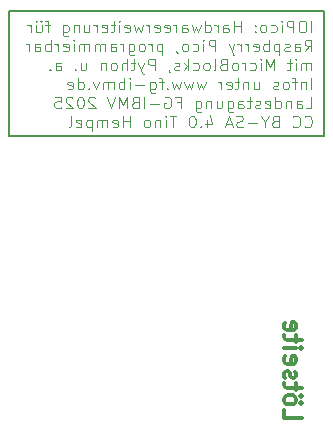
<source format=gbr>
%TF.GenerationSoftware,KiCad,Pcbnew,8.0.2*%
%TF.CreationDate,2024-06-24T20:47:36+02:00*%
%TF.ProjectId,Ampel3,416d7065-6c33-42e6-9b69-6361645f7063,rev?*%
%TF.SameCoordinates,Original*%
%TF.FileFunction,Legend,Bot*%
%TF.FilePolarity,Positive*%
%FSLAX46Y46*%
G04 Gerber Fmt 4.6, Leading zero omitted, Abs format (unit mm)*
G04 Created by KiCad (PCBNEW 8.0.2) date 2024-06-24 20:47:36*
%MOMM*%
%LPD*%
G01*
G04 APERTURE LIST*
%ADD10C,0.300000*%
%ADD11C,0.125000*%
%ADD12C,0.200000*%
%ADD13C,1.600000*%
%ADD14O,1.600000X1.600000*%
%ADD15R,1.600000X1.600000*%
%ADD16R,2.000000X2.000000*%
%ADD17C,2.000000*%
%ADD18R,1.800000X1.800000*%
%ADD19C,1.800000*%
%ADD20R,1.700000X1.700000*%
%ADD21O,1.700000X1.700000*%
G04 APERTURE END LIST*
D10*
X103143446Y-92201654D02*
X103143446Y-92915940D01*
X103143446Y-92915940D02*
X104643446Y-92915940D01*
X103143446Y-91487368D02*
X103214875Y-91630225D01*
X103214875Y-91630225D02*
X103286303Y-91701654D01*
X103286303Y-91701654D02*
X103429160Y-91773082D01*
X103429160Y-91773082D02*
X103857732Y-91773082D01*
X103857732Y-91773082D02*
X104000589Y-91701654D01*
X104000589Y-91701654D02*
X104072017Y-91630225D01*
X104072017Y-91630225D02*
X104143446Y-91487368D01*
X104143446Y-91487368D02*
X104143446Y-91273082D01*
X104143446Y-91273082D02*
X104072017Y-91130225D01*
X104072017Y-91130225D02*
X104000589Y-91058797D01*
X104000589Y-91058797D02*
X103857732Y-90987368D01*
X103857732Y-90987368D02*
X103429160Y-90987368D01*
X103429160Y-90987368D02*
X103286303Y-91058797D01*
X103286303Y-91058797D02*
X103214875Y-91130225D01*
X103214875Y-91130225D02*
X103143446Y-91273082D01*
X103143446Y-91273082D02*
X103143446Y-91487368D01*
X104643446Y-91630225D02*
X104572017Y-91558797D01*
X104572017Y-91558797D02*
X104500589Y-91630225D01*
X104500589Y-91630225D02*
X104572017Y-91701654D01*
X104572017Y-91701654D02*
X104643446Y-91630225D01*
X104643446Y-91630225D02*
X104500589Y-91630225D01*
X104643446Y-91058797D02*
X104572017Y-90987368D01*
X104572017Y-90987368D02*
X104500589Y-91058797D01*
X104500589Y-91058797D02*
X104572017Y-91130225D01*
X104572017Y-91130225D02*
X104643446Y-91058797D01*
X104643446Y-91058797D02*
X104500589Y-91058797D01*
X104143446Y-90558796D02*
X104143446Y-89987368D01*
X104643446Y-90344511D02*
X103357732Y-90344511D01*
X103357732Y-90344511D02*
X103214875Y-90273082D01*
X103214875Y-90273082D02*
X103143446Y-90130225D01*
X103143446Y-90130225D02*
X103143446Y-89987368D01*
X103214875Y-89558796D02*
X103143446Y-89415939D01*
X103143446Y-89415939D02*
X103143446Y-89130225D01*
X103143446Y-89130225D02*
X103214875Y-88987368D01*
X103214875Y-88987368D02*
X103357732Y-88915939D01*
X103357732Y-88915939D02*
X103429160Y-88915939D01*
X103429160Y-88915939D02*
X103572017Y-88987368D01*
X103572017Y-88987368D02*
X103643446Y-89130225D01*
X103643446Y-89130225D02*
X103643446Y-89344511D01*
X103643446Y-89344511D02*
X103714875Y-89487368D01*
X103714875Y-89487368D02*
X103857732Y-89558796D01*
X103857732Y-89558796D02*
X103929160Y-89558796D01*
X103929160Y-89558796D02*
X104072017Y-89487368D01*
X104072017Y-89487368D02*
X104143446Y-89344511D01*
X104143446Y-89344511D02*
X104143446Y-89130225D01*
X104143446Y-89130225D02*
X104072017Y-88987368D01*
X103214875Y-87701653D02*
X103143446Y-87844510D01*
X103143446Y-87844510D02*
X103143446Y-88130225D01*
X103143446Y-88130225D02*
X103214875Y-88273082D01*
X103214875Y-88273082D02*
X103357732Y-88344510D01*
X103357732Y-88344510D02*
X103929160Y-88344510D01*
X103929160Y-88344510D02*
X104072017Y-88273082D01*
X104072017Y-88273082D02*
X104143446Y-88130225D01*
X104143446Y-88130225D02*
X104143446Y-87844510D01*
X104143446Y-87844510D02*
X104072017Y-87701653D01*
X104072017Y-87701653D02*
X103929160Y-87630225D01*
X103929160Y-87630225D02*
X103786303Y-87630225D01*
X103786303Y-87630225D02*
X103643446Y-88344510D01*
X103143446Y-86987368D02*
X104143446Y-86987368D01*
X104643446Y-86987368D02*
X104572017Y-87058796D01*
X104572017Y-87058796D02*
X104500589Y-86987368D01*
X104500589Y-86987368D02*
X104572017Y-86915939D01*
X104572017Y-86915939D02*
X104643446Y-86987368D01*
X104643446Y-86987368D02*
X104500589Y-86987368D01*
X104143446Y-86487367D02*
X104143446Y-85915939D01*
X104643446Y-86273082D02*
X103357732Y-86273082D01*
X103357732Y-86273082D02*
X103214875Y-86201653D01*
X103214875Y-86201653D02*
X103143446Y-86058796D01*
X103143446Y-86058796D02*
X103143446Y-85915939D01*
X103214875Y-84844510D02*
X103143446Y-84987367D01*
X103143446Y-84987367D02*
X103143446Y-85273082D01*
X103143446Y-85273082D02*
X103214875Y-85415939D01*
X103214875Y-85415939D02*
X103357732Y-85487367D01*
X103357732Y-85487367D02*
X103929160Y-85487367D01*
X103929160Y-85487367D02*
X104072017Y-85415939D01*
X104072017Y-85415939D02*
X104143446Y-85273082D01*
X104143446Y-85273082D02*
X104143446Y-84987367D01*
X104143446Y-84987367D02*
X104072017Y-84844510D01*
X104072017Y-84844510D02*
X103929160Y-84773082D01*
X103929160Y-84773082D02*
X103786303Y-84773082D01*
X103786303Y-84773082D02*
X103643446Y-85487367D01*
D11*
X105444668Y-60269747D02*
X105444668Y-59269747D01*
X104778002Y-59269747D02*
X104587526Y-59269747D01*
X104587526Y-59269747D02*
X104492288Y-59317366D01*
X104492288Y-59317366D02*
X104397050Y-59412604D01*
X104397050Y-59412604D02*
X104349431Y-59603080D01*
X104349431Y-59603080D02*
X104349431Y-59936413D01*
X104349431Y-59936413D02*
X104397050Y-60126889D01*
X104397050Y-60126889D02*
X104492288Y-60222128D01*
X104492288Y-60222128D02*
X104587526Y-60269747D01*
X104587526Y-60269747D02*
X104778002Y-60269747D01*
X104778002Y-60269747D02*
X104873240Y-60222128D01*
X104873240Y-60222128D02*
X104968478Y-60126889D01*
X104968478Y-60126889D02*
X105016097Y-59936413D01*
X105016097Y-59936413D02*
X105016097Y-59603080D01*
X105016097Y-59603080D02*
X104968478Y-59412604D01*
X104968478Y-59412604D02*
X104873240Y-59317366D01*
X104873240Y-59317366D02*
X104778002Y-59269747D01*
X103920859Y-60269747D02*
X103920859Y-59269747D01*
X103920859Y-59269747D02*
X103539907Y-59269747D01*
X103539907Y-59269747D02*
X103444669Y-59317366D01*
X103444669Y-59317366D02*
X103397050Y-59364985D01*
X103397050Y-59364985D02*
X103349431Y-59460223D01*
X103349431Y-59460223D02*
X103349431Y-59603080D01*
X103349431Y-59603080D02*
X103397050Y-59698318D01*
X103397050Y-59698318D02*
X103444669Y-59745937D01*
X103444669Y-59745937D02*
X103539907Y-59793556D01*
X103539907Y-59793556D02*
X103920859Y-59793556D01*
X102920859Y-60269747D02*
X102920859Y-59603080D01*
X102920859Y-59269747D02*
X102968478Y-59317366D01*
X102968478Y-59317366D02*
X102920859Y-59364985D01*
X102920859Y-59364985D02*
X102873240Y-59317366D01*
X102873240Y-59317366D02*
X102920859Y-59269747D01*
X102920859Y-59269747D02*
X102920859Y-59364985D01*
X102016098Y-60222128D02*
X102111336Y-60269747D01*
X102111336Y-60269747D02*
X102301812Y-60269747D01*
X102301812Y-60269747D02*
X102397050Y-60222128D01*
X102397050Y-60222128D02*
X102444669Y-60174508D01*
X102444669Y-60174508D02*
X102492288Y-60079270D01*
X102492288Y-60079270D02*
X102492288Y-59793556D01*
X102492288Y-59793556D02*
X102444669Y-59698318D01*
X102444669Y-59698318D02*
X102397050Y-59650699D01*
X102397050Y-59650699D02*
X102301812Y-59603080D01*
X102301812Y-59603080D02*
X102111336Y-59603080D01*
X102111336Y-59603080D02*
X102016098Y-59650699D01*
X101444669Y-60269747D02*
X101539907Y-60222128D01*
X101539907Y-60222128D02*
X101587526Y-60174508D01*
X101587526Y-60174508D02*
X101635145Y-60079270D01*
X101635145Y-60079270D02*
X101635145Y-59793556D01*
X101635145Y-59793556D02*
X101587526Y-59698318D01*
X101587526Y-59698318D02*
X101539907Y-59650699D01*
X101539907Y-59650699D02*
X101444669Y-59603080D01*
X101444669Y-59603080D02*
X101301812Y-59603080D01*
X101301812Y-59603080D02*
X101206574Y-59650699D01*
X101206574Y-59650699D02*
X101158955Y-59698318D01*
X101158955Y-59698318D02*
X101111336Y-59793556D01*
X101111336Y-59793556D02*
X101111336Y-60079270D01*
X101111336Y-60079270D02*
X101158955Y-60174508D01*
X101158955Y-60174508D02*
X101206574Y-60222128D01*
X101206574Y-60222128D02*
X101301812Y-60269747D01*
X101301812Y-60269747D02*
X101444669Y-60269747D01*
X100682764Y-60174508D02*
X100635145Y-60222128D01*
X100635145Y-60222128D02*
X100682764Y-60269747D01*
X100682764Y-60269747D02*
X100730383Y-60222128D01*
X100730383Y-60222128D02*
X100682764Y-60174508D01*
X100682764Y-60174508D02*
X100682764Y-60269747D01*
X100682764Y-59650699D02*
X100635145Y-59698318D01*
X100635145Y-59698318D02*
X100682764Y-59745937D01*
X100682764Y-59745937D02*
X100730383Y-59698318D01*
X100730383Y-59698318D02*
X100682764Y-59650699D01*
X100682764Y-59650699D02*
X100682764Y-59745937D01*
X99444669Y-60269747D02*
X99444669Y-59269747D01*
X99444669Y-59745937D02*
X98873241Y-59745937D01*
X98873241Y-60269747D02*
X98873241Y-59269747D01*
X97968479Y-60269747D02*
X97968479Y-59745937D01*
X97968479Y-59745937D02*
X98016098Y-59650699D01*
X98016098Y-59650699D02*
X98111336Y-59603080D01*
X98111336Y-59603080D02*
X98301812Y-59603080D01*
X98301812Y-59603080D02*
X98397050Y-59650699D01*
X97968479Y-60222128D02*
X98063717Y-60269747D01*
X98063717Y-60269747D02*
X98301812Y-60269747D01*
X98301812Y-60269747D02*
X98397050Y-60222128D01*
X98397050Y-60222128D02*
X98444669Y-60126889D01*
X98444669Y-60126889D02*
X98444669Y-60031651D01*
X98444669Y-60031651D02*
X98397050Y-59936413D01*
X98397050Y-59936413D02*
X98301812Y-59888794D01*
X98301812Y-59888794D02*
X98063717Y-59888794D01*
X98063717Y-59888794D02*
X97968479Y-59841175D01*
X97492288Y-60269747D02*
X97492288Y-59603080D01*
X97492288Y-59793556D02*
X97444669Y-59698318D01*
X97444669Y-59698318D02*
X97397050Y-59650699D01*
X97397050Y-59650699D02*
X97301812Y-59603080D01*
X97301812Y-59603080D02*
X97206574Y-59603080D01*
X96444669Y-60269747D02*
X96444669Y-59269747D01*
X96444669Y-60222128D02*
X96539907Y-60269747D01*
X96539907Y-60269747D02*
X96730383Y-60269747D01*
X96730383Y-60269747D02*
X96825621Y-60222128D01*
X96825621Y-60222128D02*
X96873240Y-60174508D01*
X96873240Y-60174508D02*
X96920859Y-60079270D01*
X96920859Y-60079270D02*
X96920859Y-59793556D01*
X96920859Y-59793556D02*
X96873240Y-59698318D01*
X96873240Y-59698318D02*
X96825621Y-59650699D01*
X96825621Y-59650699D02*
X96730383Y-59603080D01*
X96730383Y-59603080D02*
X96539907Y-59603080D01*
X96539907Y-59603080D02*
X96444669Y-59650699D01*
X96063716Y-59603080D02*
X95873240Y-60269747D01*
X95873240Y-60269747D02*
X95682764Y-59793556D01*
X95682764Y-59793556D02*
X95492288Y-60269747D01*
X95492288Y-60269747D02*
X95301812Y-59603080D01*
X94492288Y-60269747D02*
X94492288Y-59745937D01*
X94492288Y-59745937D02*
X94539907Y-59650699D01*
X94539907Y-59650699D02*
X94635145Y-59603080D01*
X94635145Y-59603080D02*
X94825621Y-59603080D01*
X94825621Y-59603080D02*
X94920859Y-59650699D01*
X94492288Y-60222128D02*
X94587526Y-60269747D01*
X94587526Y-60269747D02*
X94825621Y-60269747D01*
X94825621Y-60269747D02*
X94920859Y-60222128D01*
X94920859Y-60222128D02*
X94968478Y-60126889D01*
X94968478Y-60126889D02*
X94968478Y-60031651D01*
X94968478Y-60031651D02*
X94920859Y-59936413D01*
X94920859Y-59936413D02*
X94825621Y-59888794D01*
X94825621Y-59888794D02*
X94587526Y-59888794D01*
X94587526Y-59888794D02*
X94492288Y-59841175D01*
X94016097Y-60269747D02*
X94016097Y-59603080D01*
X94016097Y-59793556D02*
X93968478Y-59698318D01*
X93968478Y-59698318D02*
X93920859Y-59650699D01*
X93920859Y-59650699D02*
X93825621Y-59603080D01*
X93825621Y-59603080D02*
X93730383Y-59603080D01*
X93016097Y-60222128D02*
X93111335Y-60269747D01*
X93111335Y-60269747D02*
X93301811Y-60269747D01*
X93301811Y-60269747D02*
X93397049Y-60222128D01*
X93397049Y-60222128D02*
X93444668Y-60126889D01*
X93444668Y-60126889D02*
X93444668Y-59745937D01*
X93444668Y-59745937D02*
X93397049Y-59650699D01*
X93397049Y-59650699D02*
X93301811Y-59603080D01*
X93301811Y-59603080D02*
X93111335Y-59603080D01*
X93111335Y-59603080D02*
X93016097Y-59650699D01*
X93016097Y-59650699D02*
X92968478Y-59745937D01*
X92968478Y-59745937D02*
X92968478Y-59841175D01*
X92968478Y-59841175D02*
X93444668Y-59936413D01*
X92158954Y-60222128D02*
X92254192Y-60269747D01*
X92254192Y-60269747D02*
X92444668Y-60269747D01*
X92444668Y-60269747D02*
X92539906Y-60222128D01*
X92539906Y-60222128D02*
X92587525Y-60126889D01*
X92587525Y-60126889D02*
X92587525Y-59745937D01*
X92587525Y-59745937D02*
X92539906Y-59650699D01*
X92539906Y-59650699D02*
X92444668Y-59603080D01*
X92444668Y-59603080D02*
X92254192Y-59603080D01*
X92254192Y-59603080D02*
X92158954Y-59650699D01*
X92158954Y-59650699D02*
X92111335Y-59745937D01*
X92111335Y-59745937D02*
X92111335Y-59841175D01*
X92111335Y-59841175D02*
X92587525Y-59936413D01*
X91682763Y-60269747D02*
X91682763Y-59603080D01*
X91682763Y-59793556D02*
X91635144Y-59698318D01*
X91635144Y-59698318D02*
X91587525Y-59650699D01*
X91587525Y-59650699D02*
X91492287Y-59603080D01*
X91492287Y-59603080D02*
X91397049Y-59603080D01*
X91158953Y-59603080D02*
X90968477Y-60269747D01*
X90968477Y-60269747D02*
X90778001Y-59793556D01*
X90778001Y-59793556D02*
X90587525Y-60269747D01*
X90587525Y-60269747D02*
X90397049Y-59603080D01*
X89635144Y-60222128D02*
X89730382Y-60269747D01*
X89730382Y-60269747D02*
X89920858Y-60269747D01*
X89920858Y-60269747D02*
X90016096Y-60222128D01*
X90016096Y-60222128D02*
X90063715Y-60126889D01*
X90063715Y-60126889D02*
X90063715Y-59745937D01*
X90063715Y-59745937D02*
X90016096Y-59650699D01*
X90016096Y-59650699D02*
X89920858Y-59603080D01*
X89920858Y-59603080D02*
X89730382Y-59603080D01*
X89730382Y-59603080D02*
X89635144Y-59650699D01*
X89635144Y-59650699D02*
X89587525Y-59745937D01*
X89587525Y-59745937D02*
X89587525Y-59841175D01*
X89587525Y-59841175D02*
X90063715Y-59936413D01*
X89158953Y-60269747D02*
X89158953Y-59603080D01*
X89158953Y-59269747D02*
X89206572Y-59317366D01*
X89206572Y-59317366D02*
X89158953Y-59364985D01*
X89158953Y-59364985D02*
X89111334Y-59317366D01*
X89111334Y-59317366D02*
X89158953Y-59269747D01*
X89158953Y-59269747D02*
X89158953Y-59364985D01*
X88825620Y-59603080D02*
X88444668Y-59603080D01*
X88682763Y-59269747D02*
X88682763Y-60126889D01*
X88682763Y-60126889D02*
X88635144Y-60222128D01*
X88635144Y-60222128D02*
X88539906Y-60269747D01*
X88539906Y-60269747D02*
X88444668Y-60269747D01*
X87730382Y-60222128D02*
X87825620Y-60269747D01*
X87825620Y-60269747D02*
X88016096Y-60269747D01*
X88016096Y-60269747D02*
X88111334Y-60222128D01*
X88111334Y-60222128D02*
X88158953Y-60126889D01*
X88158953Y-60126889D02*
X88158953Y-59745937D01*
X88158953Y-59745937D02*
X88111334Y-59650699D01*
X88111334Y-59650699D02*
X88016096Y-59603080D01*
X88016096Y-59603080D02*
X87825620Y-59603080D01*
X87825620Y-59603080D02*
X87730382Y-59650699D01*
X87730382Y-59650699D02*
X87682763Y-59745937D01*
X87682763Y-59745937D02*
X87682763Y-59841175D01*
X87682763Y-59841175D02*
X88158953Y-59936413D01*
X87254191Y-60269747D02*
X87254191Y-59603080D01*
X87254191Y-59793556D02*
X87206572Y-59698318D01*
X87206572Y-59698318D02*
X87158953Y-59650699D01*
X87158953Y-59650699D02*
X87063715Y-59603080D01*
X87063715Y-59603080D02*
X86968477Y-59603080D01*
X86206572Y-59603080D02*
X86206572Y-60269747D01*
X86635143Y-59603080D02*
X86635143Y-60126889D01*
X86635143Y-60126889D02*
X86587524Y-60222128D01*
X86587524Y-60222128D02*
X86492286Y-60269747D01*
X86492286Y-60269747D02*
X86349429Y-60269747D01*
X86349429Y-60269747D02*
X86254191Y-60222128D01*
X86254191Y-60222128D02*
X86206572Y-60174508D01*
X85730381Y-59603080D02*
X85730381Y-60269747D01*
X85730381Y-59698318D02*
X85682762Y-59650699D01*
X85682762Y-59650699D02*
X85587524Y-59603080D01*
X85587524Y-59603080D02*
X85444667Y-59603080D01*
X85444667Y-59603080D02*
X85349429Y-59650699D01*
X85349429Y-59650699D02*
X85301810Y-59745937D01*
X85301810Y-59745937D02*
X85301810Y-60269747D01*
X84397048Y-59603080D02*
X84397048Y-60412604D01*
X84397048Y-60412604D02*
X84444667Y-60507842D01*
X84444667Y-60507842D02*
X84492286Y-60555461D01*
X84492286Y-60555461D02*
X84587524Y-60603080D01*
X84587524Y-60603080D02*
X84730381Y-60603080D01*
X84730381Y-60603080D02*
X84825619Y-60555461D01*
X84397048Y-60222128D02*
X84492286Y-60269747D01*
X84492286Y-60269747D02*
X84682762Y-60269747D01*
X84682762Y-60269747D02*
X84778000Y-60222128D01*
X84778000Y-60222128D02*
X84825619Y-60174508D01*
X84825619Y-60174508D02*
X84873238Y-60079270D01*
X84873238Y-60079270D02*
X84873238Y-59793556D01*
X84873238Y-59793556D02*
X84825619Y-59698318D01*
X84825619Y-59698318D02*
X84778000Y-59650699D01*
X84778000Y-59650699D02*
X84682762Y-59603080D01*
X84682762Y-59603080D02*
X84492286Y-59603080D01*
X84492286Y-59603080D02*
X84397048Y-59650699D01*
X83301809Y-59603080D02*
X82920857Y-59603080D01*
X83158952Y-60269747D02*
X83158952Y-59412604D01*
X83158952Y-59412604D02*
X83111333Y-59317366D01*
X83111333Y-59317366D02*
X83016095Y-59269747D01*
X83016095Y-59269747D02*
X82920857Y-59269747D01*
X82158952Y-59603080D02*
X82158952Y-60269747D01*
X82587523Y-59603080D02*
X82587523Y-60126889D01*
X82587523Y-60126889D02*
X82539904Y-60222128D01*
X82539904Y-60222128D02*
X82444666Y-60269747D01*
X82444666Y-60269747D02*
X82301809Y-60269747D01*
X82301809Y-60269747D02*
X82206571Y-60222128D01*
X82206571Y-60222128D02*
X82158952Y-60174508D01*
X82539904Y-59269747D02*
X82492285Y-59317366D01*
X82492285Y-59317366D02*
X82539904Y-59364985D01*
X82539904Y-59364985D02*
X82587523Y-59317366D01*
X82587523Y-59317366D02*
X82539904Y-59269747D01*
X82539904Y-59269747D02*
X82539904Y-59364985D01*
X82158952Y-59269747D02*
X82111333Y-59317366D01*
X82111333Y-59317366D02*
X82158952Y-59364985D01*
X82158952Y-59364985D02*
X82206571Y-59317366D01*
X82206571Y-59317366D02*
X82158952Y-59269747D01*
X82158952Y-59269747D02*
X82158952Y-59364985D01*
X81682761Y-60269747D02*
X81682761Y-59603080D01*
X81682761Y-59793556D02*
X81635142Y-59698318D01*
X81635142Y-59698318D02*
X81587523Y-59650699D01*
X81587523Y-59650699D02*
X81492285Y-59603080D01*
X81492285Y-59603080D02*
X81397047Y-59603080D01*
X104873240Y-61879691D02*
X105206573Y-61403500D01*
X105444668Y-61879691D02*
X105444668Y-60879691D01*
X105444668Y-60879691D02*
X105063716Y-60879691D01*
X105063716Y-60879691D02*
X104968478Y-60927310D01*
X104968478Y-60927310D02*
X104920859Y-60974929D01*
X104920859Y-60974929D02*
X104873240Y-61070167D01*
X104873240Y-61070167D02*
X104873240Y-61213024D01*
X104873240Y-61213024D02*
X104920859Y-61308262D01*
X104920859Y-61308262D02*
X104968478Y-61355881D01*
X104968478Y-61355881D02*
X105063716Y-61403500D01*
X105063716Y-61403500D02*
X105444668Y-61403500D01*
X104016097Y-61879691D02*
X104016097Y-61355881D01*
X104016097Y-61355881D02*
X104063716Y-61260643D01*
X104063716Y-61260643D02*
X104158954Y-61213024D01*
X104158954Y-61213024D02*
X104349430Y-61213024D01*
X104349430Y-61213024D02*
X104444668Y-61260643D01*
X104016097Y-61832072D02*
X104111335Y-61879691D01*
X104111335Y-61879691D02*
X104349430Y-61879691D01*
X104349430Y-61879691D02*
X104444668Y-61832072D01*
X104444668Y-61832072D02*
X104492287Y-61736833D01*
X104492287Y-61736833D02*
X104492287Y-61641595D01*
X104492287Y-61641595D02*
X104444668Y-61546357D01*
X104444668Y-61546357D02*
X104349430Y-61498738D01*
X104349430Y-61498738D02*
X104111335Y-61498738D01*
X104111335Y-61498738D02*
X104016097Y-61451119D01*
X103587525Y-61832072D02*
X103492287Y-61879691D01*
X103492287Y-61879691D02*
X103301811Y-61879691D01*
X103301811Y-61879691D02*
X103206573Y-61832072D01*
X103206573Y-61832072D02*
X103158954Y-61736833D01*
X103158954Y-61736833D02*
X103158954Y-61689214D01*
X103158954Y-61689214D02*
X103206573Y-61593976D01*
X103206573Y-61593976D02*
X103301811Y-61546357D01*
X103301811Y-61546357D02*
X103444668Y-61546357D01*
X103444668Y-61546357D02*
X103539906Y-61498738D01*
X103539906Y-61498738D02*
X103587525Y-61403500D01*
X103587525Y-61403500D02*
X103587525Y-61355881D01*
X103587525Y-61355881D02*
X103539906Y-61260643D01*
X103539906Y-61260643D02*
X103444668Y-61213024D01*
X103444668Y-61213024D02*
X103301811Y-61213024D01*
X103301811Y-61213024D02*
X103206573Y-61260643D01*
X102730382Y-61213024D02*
X102730382Y-62213024D01*
X102730382Y-61260643D02*
X102635144Y-61213024D01*
X102635144Y-61213024D02*
X102444668Y-61213024D01*
X102444668Y-61213024D02*
X102349430Y-61260643D01*
X102349430Y-61260643D02*
X102301811Y-61308262D01*
X102301811Y-61308262D02*
X102254192Y-61403500D01*
X102254192Y-61403500D02*
X102254192Y-61689214D01*
X102254192Y-61689214D02*
X102301811Y-61784452D01*
X102301811Y-61784452D02*
X102349430Y-61832072D01*
X102349430Y-61832072D02*
X102444668Y-61879691D01*
X102444668Y-61879691D02*
X102635144Y-61879691D01*
X102635144Y-61879691D02*
X102730382Y-61832072D01*
X101825620Y-61879691D02*
X101825620Y-60879691D01*
X101825620Y-61260643D02*
X101730382Y-61213024D01*
X101730382Y-61213024D02*
X101539906Y-61213024D01*
X101539906Y-61213024D02*
X101444668Y-61260643D01*
X101444668Y-61260643D02*
X101397049Y-61308262D01*
X101397049Y-61308262D02*
X101349430Y-61403500D01*
X101349430Y-61403500D02*
X101349430Y-61689214D01*
X101349430Y-61689214D02*
X101397049Y-61784452D01*
X101397049Y-61784452D02*
X101444668Y-61832072D01*
X101444668Y-61832072D02*
X101539906Y-61879691D01*
X101539906Y-61879691D02*
X101730382Y-61879691D01*
X101730382Y-61879691D02*
X101825620Y-61832072D01*
X100539906Y-61832072D02*
X100635144Y-61879691D01*
X100635144Y-61879691D02*
X100825620Y-61879691D01*
X100825620Y-61879691D02*
X100920858Y-61832072D01*
X100920858Y-61832072D02*
X100968477Y-61736833D01*
X100968477Y-61736833D02*
X100968477Y-61355881D01*
X100968477Y-61355881D02*
X100920858Y-61260643D01*
X100920858Y-61260643D02*
X100825620Y-61213024D01*
X100825620Y-61213024D02*
X100635144Y-61213024D01*
X100635144Y-61213024D02*
X100539906Y-61260643D01*
X100539906Y-61260643D02*
X100492287Y-61355881D01*
X100492287Y-61355881D02*
X100492287Y-61451119D01*
X100492287Y-61451119D02*
X100968477Y-61546357D01*
X100063715Y-61879691D02*
X100063715Y-61213024D01*
X100063715Y-61403500D02*
X100016096Y-61308262D01*
X100016096Y-61308262D02*
X99968477Y-61260643D01*
X99968477Y-61260643D02*
X99873239Y-61213024D01*
X99873239Y-61213024D02*
X99778001Y-61213024D01*
X99444667Y-61879691D02*
X99444667Y-61213024D01*
X99444667Y-61403500D02*
X99397048Y-61308262D01*
X99397048Y-61308262D02*
X99349429Y-61260643D01*
X99349429Y-61260643D02*
X99254191Y-61213024D01*
X99254191Y-61213024D02*
X99158953Y-61213024D01*
X98920857Y-61213024D02*
X98682762Y-61879691D01*
X98444667Y-61213024D02*
X98682762Y-61879691D01*
X98682762Y-61879691D02*
X98778000Y-62117786D01*
X98778000Y-62117786D02*
X98825619Y-62165405D01*
X98825619Y-62165405D02*
X98920857Y-62213024D01*
X97301809Y-61879691D02*
X97301809Y-60879691D01*
X97301809Y-60879691D02*
X96920857Y-60879691D01*
X96920857Y-60879691D02*
X96825619Y-60927310D01*
X96825619Y-60927310D02*
X96778000Y-60974929D01*
X96778000Y-60974929D02*
X96730381Y-61070167D01*
X96730381Y-61070167D02*
X96730381Y-61213024D01*
X96730381Y-61213024D02*
X96778000Y-61308262D01*
X96778000Y-61308262D02*
X96825619Y-61355881D01*
X96825619Y-61355881D02*
X96920857Y-61403500D01*
X96920857Y-61403500D02*
X97301809Y-61403500D01*
X96301809Y-61879691D02*
X96301809Y-61213024D01*
X96301809Y-60879691D02*
X96349428Y-60927310D01*
X96349428Y-60927310D02*
X96301809Y-60974929D01*
X96301809Y-60974929D02*
X96254190Y-60927310D01*
X96254190Y-60927310D02*
X96301809Y-60879691D01*
X96301809Y-60879691D02*
X96301809Y-60974929D01*
X95397048Y-61832072D02*
X95492286Y-61879691D01*
X95492286Y-61879691D02*
X95682762Y-61879691D01*
X95682762Y-61879691D02*
X95778000Y-61832072D01*
X95778000Y-61832072D02*
X95825619Y-61784452D01*
X95825619Y-61784452D02*
X95873238Y-61689214D01*
X95873238Y-61689214D02*
X95873238Y-61403500D01*
X95873238Y-61403500D02*
X95825619Y-61308262D01*
X95825619Y-61308262D02*
X95778000Y-61260643D01*
X95778000Y-61260643D02*
X95682762Y-61213024D01*
X95682762Y-61213024D02*
X95492286Y-61213024D01*
X95492286Y-61213024D02*
X95397048Y-61260643D01*
X94825619Y-61879691D02*
X94920857Y-61832072D01*
X94920857Y-61832072D02*
X94968476Y-61784452D01*
X94968476Y-61784452D02*
X95016095Y-61689214D01*
X95016095Y-61689214D02*
X95016095Y-61403500D01*
X95016095Y-61403500D02*
X94968476Y-61308262D01*
X94968476Y-61308262D02*
X94920857Y-61260643D01*
X94920857Y-61260643D02*
X94825619Y-61213024D01*
X94825619Y-61213024D02*
X94682762Y-61213024D01*
X94682762Y-61213024D02*
X94587524Y-61260643D01*
X94587524Y-61260643D02*
X94539905Y-61308262D01*
X94539905Y-61308262D02*
X94492286Y-61403500D01*
X94492286Y-61403500D02*
X94492286Y-61689214D01*
X94492286Y-61689214D02*
X94539905Y-61784452D01*
X94539905Y-61784452D02*
X94587524Y-61832072D01*
X94587524Y-61832072D02*
X94682762Y-61879691D01*
X94682762Y-61879691D02*
X94825619Y-61879691D01*
X94016095Y-61832072D02*
X94016095Y-61879691D01*
X94016095Y-61879691D02*
X94063714Y-61974929D01*
X94063714Y-61974929D02*
X94111333Y-62022548D01*
X92825619Y-61213024D02*
X92825619Y-62213024D01*
X92825619Y-61260643D02*
X92730381Y-61213024D01*
X92730381Y-61213024D02*
X92539905Y-61213024D01*
X92539905Y-61213024D02*
X92444667Y-61260643D01*
X92444667Y-61260643D02*
X92397048Y-61308262D01*
X92397048Y-61308262D02*
X92349429Y-61403500D01*
X92349429Y-61403500D02*
X92349429Y-61689214D01*
X92349429Y-61689214D02*
X92397048Y-61784452D01*
X92397048Y-61784452D02*
X92444667Y-61832072D01*
X92444667Y-61832072D02*
X92539905Y-61879691D01*
X92539905Y-61879691D02*
X92730381Y-61879691D01*
X92730381Y-61879691D02*
X92825619Y-61832072D01*
X91920857Y-61879691D02*
X91920857Y-61213024D01*
X91920857Y-61403500D02*
X91873238Y-61308262D01*
X91873238Y-61308262D02*
X91825619Y-61260643D01*
X91825619Y-61260643D02*
X91730381Y-61213024D01*
X91730381Y-61213024D02*
X91635143Y-61213024D01*
X91158952Y-61879691D02*
X91254190Y-61832072D01*
X91254190Y-61832072D02*
X91301809Y-61784452D01*
X91301809Y-61784452D02*
X91349428Y-61689214D01*
X91349428Y-61689214D02*
X91349428Y-61403500D01*
X91349428Y-61403500D02*
X91301809Y-61308262D01*
X91301809Y-61308262D02*
X91254190Y-61260643D01*
X91254190Y-61260643D02*
X91158952Y-61213024D01*
X91158952Y-61213024D02*
X91016095Y-61213024D01*
X91016095Y-61213024D02*
X90920857Y-61260643D01*
X90920857Y-61260643D02*
X90873238Y-61308262D01*
X90873238Y-61308262D02*
X90825619Y-61403500D01*
X90825619Y-61403500D02*
X90825619Y-61689214D01*
X90825619Y-61689214D02*
X90873238Y-61784452D01*
X90873238Y-61784452D02*
X90920857Y-61832072D01*
X90920857Y-61832072D02*
X91016095Y-61879691D01*
X91016095Y-61879691D02*
X91158952Y-61879691D01*
X89968476Y-61213024D02*
X89968476Y-62022548D01*
X89968476Y-62022548D02*
X90016095Y-62117786D01*
X90016095Y-62117786D02*
X90063714Y-62165405D01*
X90063714Y-62165405D02*
X90158952Y-62213024D01*
X90158952Y-62213024D02*
X90301809Y-62213024D01*
X90301809Y-62213024D02*
X90397047Y-62165405D01*
X89968476Y-61832072D02*
X90063714Y-61879691D01*
X90063714Y-61879691D02*
X90254190Y-61879691D01*
X90254190Y-61879691D02*
X90349428Y-61832072D01*
X90349428Y-61832072D02*
X90397047Y-61784452D01*
X90397047Y-61784452D02*
X90444666Y-61689214D01*
X90444666Y-61689214D02*
X90444666Y-61403500D01*
X90444666Y-61403500D02*
X90397047Y-61308262D01*
X90397047Y-61308262D02*
X90349428Y-61260643D01*
X90349428Y-61260643D02*
X90254190Y-61213024D01*
X90254190Y-61213024D02*
X90063714Y-61213024D01*
X90063714Y-61213024D02*
X89968476Y-61260643D01*
X89492285Y-61879691D02*
X89492285Y-61213024D01*
X89492285Y-61403500D02*
X89444666Y-61308262D01*
X89444666Y-61308262D02*
X89397047Y-61260643D01*
X89397047Y-61260643D02*
X89301809Y-61213024D01*
X89301809Y-61213024D02*
X89206571Y-61213024D01*
X88444666Y-61879691D02*
X88444666Y-61355881D01*
X88444666Y-61355881D02*
X88492285Y-61260643D01*
X88492285Y-61260643D02*
X88587523Y-61213024D01*
X88587523Y-61213024D02*
X88777999Y-61213024D01*
X88777999Y-61213024D02*
X88873237Y-61260643D01*
X88444666Y-61832072D02*
X88539904Y-61879691D01*
X88539904Y-61879691D02*
X88777999Y-61879691D01*
X88777999Y-61879691D02*
X88873237Y-61832072D01*
X88873237Y-61832072D02*
X88920856Y-61736833D01*
X88920856Y-61736833D02*
X88920856Y-61641595D01*
X88920856Y-61641595D02*
X88873237Y-61546357D01*
X88873237Y-61546357D02*
X88777999Y-61498738D01*
X88777999Y-61498738D02*
X88539904Y-61498738D01*
X88539904Y-61498738D02*
X88444666Y-61451119D01*
X87968475Y-61879691D02*
X87968475Y-61213024D01*
X87968475Y-61308262D02*
X87920856Y-61260643D01*
X87920856Y-61260643D02*
X87825618Y-61213024D01*
X87825618Y-61213024D02*
X87682761Y-61213024D01*
X87682761Y-61213024D02*
X87587523Y-61260643D01*
X87587523Y-61260643D02*
X87539904Y-61355881D01*
X87539904Y-61355881D02*
X87539904Y-61879691D01*
X87539904Y-61355881D02*
X87492285Y-61260643D01*
X87492285Y-61260643D02*
X87397047Y-61213024D01*
X87397047Y-61213024D02*
X87254190Y-61213024D01*
X87254190Y-61213024D02*
X87158951Y-61260643D01*
X87158951Y-61260643D02*
X87111332Y-61355881D01*
X87111332Y-61355881D02*
X87111332Y-61879691D01*
X86635142Y-61879691D02*
X86635142Y-61213024D01*
X86635142Y-61308262D02*
X86587523Y-61260643D01*
X86587523Y-61260643D02*
X86492285Y-61213024D01*
X86492285Y-61213024D02*
X86349428Y-61213024D01*
X86349428Y-61213024D02*
X86254190Y-61260643D01*
X86254190Y-61260643D02*
X86206571Y-61355881D01*
X86206571Y-61355881D02*
X86206571Y-61879691D01*
X86206571Y-61355881D02*
X86158952Y-61260643D01*
X86158952Y-61260643D02*
X86063714Y-61213024D01*
X86063714Y-61213024D02*
X85920857Y-61213024D01*
X85920857Y-61213024D02*
X85825618Y-61260643D01*
X85825618Y-61260643D02*
X85777999Y-61355881D01*
X85777999Y-61355881D02*
X85777999Y-61879691D01*
X85301809Y-61879691D02*
X85301809Y-61213024D01*
X85301809Y-60879691D02*
X85349428Y-60927310D01*
X85349428Y-60927310D02*
X85301809Y-60974929D01*
X85301809Y-60974929D02*
X85254190Y-60927310D01*
X85254190Y-60927310D02*
X85301809Y-60879691D01*
X85301809Y-60879691D02*
X85301809Y-60974929D01*
X84444667Y-61832072D02*
X84539905Y-61879691D01*
X84539905Y-61879691D02*
X84730381Y-61879691D01*
X84730381Y-61879691D02*
X84825619Y-61832072D01*
X84825619Y-61832072D02*
X84873238Y-61736833D01*
X84873238Y-61736833D02*
X84873238Y-61355881D01*
X84873238Y-61355881D02*
X84825619Y-61260643D01*
X84825619Y-61260643D02*
X84730381Y-61213024D01*
X84730381Y-61213024D02*
X84539905Y-61213024D01*
X84539905Y-61213024D02*
X84444667Y-61260643D01*
X84444667Y-61260643D02*
X84397048Y-61355881D01*
X84397048Y-61355881D02*
X84397048Y-61451119D01*
X84397048Y-61451119D02*
X84873238Y-61546357D01*
X83968476Y-61879691D02*
X83968476Y-61213024D01*
X83968476Y-61403500D02*
X83920857Y-61308262D01*
X83920857Y-61308262D02*
X83873238Y-61260643D01*
X83873238Y-61260643D02*
X83778000Y-61213024D01*
X83778000Y-61213024D02*
X83682762Y-61213024D01*
X83349428Y-61879691D02*
X83349428Y-60879691D01*
X83349428Y-61260643D02*
X83254190Y-61213024D01*
X83254190Y-61213024D02*
X83063714Y-61213024D01*
X83063714Y-61213024D02*
X82968476Y-61260643D01*
X82968476Y-61260643D02*
X82920857Y-61308262D01*
X82920857Y-61308262D02*
X82873238Y-61403500D01*
X82873238Y-61403500D02*
X82873238Y-61689214D01*
X82873238Y-61689214D02*
X82920857Y-61784452D01*
X82920857Y-61784452D02*
X82968476Y-61832072D01*
X82968476Y-61832072D02*
X83063714Y-61879691D01*
X83063714Y-61879691D02*
X83254190Y-61879691D01*
X83254190Y-61879691D02*
X83349428Y-61832072D01*
X82016095Y-61879691D02*
X82016095Y-61355881D01*
X82016095Y-61355881D02*
X82063714Y-61260643D01*
X82063714Y-61260643D02*
X82158952Y-61213024D01*
X82158952Y-61213024D02*
X82349428Y-61213024D01*
X82349428Y-61213024D02*
X82444666Y-61260643D01*
X82016095Y-61832072D02*
X82111333Y-61879691D01*
X82111333Y-61879691D02*
X82349428Y-61879691D01*
X82349428Y-61879691D02*
X82444666Y-61832072D01*
X82444666Y-61832072D02*
X82492285Y-61736833D01*
X82492285Y-61736833D02*
X82492285Y-61641595D01*
X82492285Y-61641595D02*
X82444666Y-61546357D01*
X82444666Y-61546357D02*
X82349428Y-61498738D01*
X82349428Y-61498738D02*
X82111333Y-61498738D01*
X82111333Y-61498738D02*
X82016095Y-61451119D01*
X81539904Y-61879691D02*
X81539904Y-61213024D01*
X81539904Y-61403500D02*
X81492285Y-61308262D01*
X81492285Y-61308262D02*
X81444666Y-61260643D01*
X81444666Y-61260643D02*
X81349428Y-61213024D01*
X81349428Y-61213024D02*
X81254190Y-61213024D01*
X105444668Y-63489635D02*
X105444668Y-62822968D01*
X105444668Y-62918206D02*
X105397049Y-62870587D01*
X105397049Y-62870587D02*
X105301811Y-62822968D01*
X105301811Y-62822968D02*
X105158954Y-62822968D01*
X105158954Y-62822968D02*
X105063716Y-62870587D01*
X105063716Y-62870587D02*
X105016097Y-62965825D01*
X105016097Y-62965825D02*
X105016097Y-63489635D01*
X105016097Y-62965825D02*
X104968478Y-62870587D01*
X104968478Y-62870587D02*
X104873240Y-62822968D01*
X104873240Y-62822968D02*
X104730383Y-62822968D01*
X104730383Y-62822968D02*
X104635144Y-62870587D01*
X104635144Y-62870587D02*
X104587525Y-62965825D01*
X104587525Y-62965825D02*
X104587525Y-63489635D01*
X104111335Y-63489635D02*
X104111335Y-62822968D01*
X104111335Y-62489635D02*
X104158954Y-62537254D01*
X104158954Y-62537254D02*
X104111335Y-62584873D01*
X104111335Y-62584873D02*
X104063716Y-62537254D01*
X104063716Y-62537254D02*
X104111335Y-62489635D01*
X104111335Y-62489635D02*
X104111335Y-62584873D01*
X103778002Y-62822968D02*
X103397050Y-62822968D01*
X103635145Y-62489635D02*
X103635145Y-63346777D01*
X103635145Y-63346777D02*
X103587526Y-63442016D01*
X103587526Y-63442016D02*
X103492288Y-63489635D01*
X103492288Y-63489635D02*
X103397050Y-63489635D01*
X102301811Y-63489635D02*
X102301811Y-62489635D01*
X102301811Y-62489635D02*
X101968478Y-63203920D01*
X101968478Y-63203920D02*
X101635145Y-62489635D01*
X101635145Y-62489635D02*
X101635145Y-63489635D01*
X101158954Y-63489635D02*
X101158954Y-62822968D01*
X101158954Y-62489635D02*
X101206573Y-62537254D01*
X101206573Y-62537254D02*
X101158954Y-62584873D01*
X101158954Y-62584873D02*
X101111335Y-62537254D01*
X101111335Y-62537254D02*
X101158954Y-62489635D01*
X101158954Y-62489635D02*
X101158954Y-62584873D01*
X100254193Y-63442016D02*
X100349431Y-63489635D01*
X100349431Y-63489635D02*
X100539907Y-63489635D01*
X100539907Y-63489635D02*
X100635145Y-63442016D01*
X100635145Y-63442016D02*
X100682764Y-63394396D01*
X100682764Y-63394396D02*
X100730383Y-63299158D01*
X100730383Y-63299158D02*
X100730383Y-63013444D01*
X100730383Y-63013444D02*
X100682764Y-62918206D01*
X100682764Y-62918206D02*
X100635145Y-62870587D01*
X100635145Y-62870587D02*
X100539907Y-62822968D01*
X100539907Y-62822968D02*
X100349431Y-62822968D01*
X100349431Y-62822968D02*
X100254193Y-62870587D01*
X99825621Y-63489635D02*
X99825621Y-62822968D01*
X99825621Y-63013444D02*
X99778002Y-62918206D01*
X99778002Y-62918206D02*
X99730383Y-62870587D01*
X99730383Y-62870587D02*
X99635145Y-62822968D01*
X99635145Y-62822968D02*
X99539907Y-62822968D01*
X99063716Y-63489635D02*
X99158954Y-63442016D01*
X99158954Y-63442016D02*
X99206573Y-63394396D01*
X99206573Y-63394396D02*
X99254192Y-63299158D01*
X99254192Y-63299158D02*
X99254192Y-63013444D01*
X99254192Y-63013444D02*
X99206573Y-62918206D01*
X99206573Y-62918206D02*
X99158954Y-62870587D01*
X99158954Y-62870587D02*
X99063716Y-62822968D01*
X99063716Y-62822968D02*
X98920859Y-62822968D01*
X98920859Y-62822968D02*
X98825621Y-62870587D01*
X98825621Y-62870587D02*
X98778002Y-62918206D01*
X98778002Y-62918206D02*
X98730383Y-63013444D01*
X98730383Y-63013444D02*
X98730383Y-63299158D01*
X98730383Y-63299158D02*
X98778002Y-63394396D01*
X98778002Y-63394396D02*
X98825621Y-63442016D01*
X98825621Y-63442016D02*
X98920859Y-63489635D01*
X98920859Y-63489635D02*
X99063716Y-63489635D01*
X97968478Y-62965825D02*
X97825621Y-63013444D01*
X97825621Y-63013444D02*
X97778002Y-63061063D01*
X97778002Y-63061063D02*
X97730383Y-63156301D01*
X97730383Y-63156301D02*
X97730383Y-63299158D01*
X97730383Y-63299158D02*
X97778002Y-63394396D01*
X97778002Y-63394396D02*
X97825621Y-63442016D01*
X97825621Y-63442016D02*
X97920859Y-63489635D01*
X97920859Y-63489635D02*
X98301811Y-63489635D01*
X98301811Y-63489635D02*
X98301811Y-62489635D01*
X98301811Y-62489635D02*
X97968478Y-62489635D01*
X97968478Y-62489635D02*
X97873240Y-62537254D01*
X97873240Y-62537254D02*
X97825621Y-62584873D01*
X97825621Y-62584873D02*
X97778002Y-62680111D01*
X97778002Y-62680111D02*
X97778002Y-62775349D01*
X97778002Y-62775349D02*
X97825621Y-62870587D01*
X97825621Y-62870587D02*
X97873240Y-62918206D01*
X97873240Y-62918206D02*
X97968478Y-62965825D01*
X97968478Y-62965825D02*
X98301811Y-62965825D01*
X97158954Y-63489635D02*
X97254192Y-63442016D01*
X97254192Y-63442016D02*
X97301811Y-63346777D01*
X97301811Y-63346777D02*
X97301811Y-62489635D01*
X96635144Y-63489635D02*
X96730382Y-63442016D01*
X96730382Y-63442016D02*
X96778001Y-63394396D01*
X96778001Y-63394396D02*
X96825620Y-63299158D01*
X96825620Y-63299158D02*
X96825620Y-63013444D01*
X96825620Y-63013444D02*
X96778001Y-62918206D01*
X96778001Y-62918206D02*
X96730382Y-62870587D01*
X96730382Y-62870587D02*
X96635144Y-62822968D01*
X96635144Y-62822968D02*
X96492287Y-62822968D01*
X96492287Y-62822968D02*
X96397049Y-62870587D01*
X96397049Y-62870587D02*
X96349430Y-62918206D01*
X96349430Y-62918206D02*
X96301811Y-63013444D01*
X96301811Y-63013444D02*
X96301811Y-63299158D01*
X96301811Y-63299158D02*
X96349430Y-63394396D01*
X96349430Y-63394396D02*
X96397049Y-63442016D01*
X96397049Y-63442016D02*
X96492287Y-63489635D01*
X96492287Y-63489635D02*
X96635144Y-63489635D01*
X95444668Y-63442016D02*
X95539906Y-63489635D01*
X95539906Y-63489635D02*
X95730382Y-63489635D01*
X95730382Y-63489635D02*
X95825620Y-63442016D01*
X95825620Y-63442016D02*
X95873239Y-63394396D01*
X95873239Y-63394396D02*
X95920858Y-63299158D01*
X95920858Y-63299158D02*
X95920858Y-63013444D01*
X95920858Y-63013444D02*
X95873239Y-62918206D01*
X95873239Y-62918206D02*
X95825620Y-62870587D01*
X95825620Y-62870587D02*
X95730382Y-62822968D01*
X95730382Y-62822968D02*
X95539906Y-62822968D01*
X95539906Y-62822968D02*
X95444668Y-62870587D01*
X95016096Y-63489635D02*
X95016096Y-62489635D01*
X94920858Y-63108682D02*
X94635144Y-63489635D01*
X94635144Y-62822968D02*
X95016096Y-63203920D01*
X94254191Y-63442016D02*
X94158953Y-63489635D01*
X94158953Y-63489635D02*
X93968477Y-63489635D01*
X93968477Y-63489635D02*
X93873239Y-63442016D01*
X93873239Y-63442016D02*
X93825620Y-63346777D01*
X93825620Y-63346777D02*
X93825620Y-63299158D01*
X93825620Y-63299158D02*
X93873239Y-63203920D01*
X93873239Y-63203920D02*
X93968477Y-63156301D01*
X93968477Y-63156301D02*
X94111334Y-63156301D01*
X94111334Y-63156301D02*
X94206572Y-63108682D01*
X94206572Y-63108682D02*
X94254191Y-63013444D01*
X94254191Y-63013444D02*
X94254191Y-62965825D01*
X94254191Y-62965825D02*
X94206572Y-62870587D01*
X94206572Y-62870587D02*
X94111334Y-62822968D01*
X94111334Y-62822968D02*
X93968477Y-62822968D01*
X93968477Y-62822968D02*
X93873239Y-62870587D01*
X93349429Y-63442016D02*
X93349429Y-63489635D01*
X93349429Y-63489635D02*
X93397048Y-63584873D01*
X93397048Y-63584873D02*
X93444667Y-63632492D01*
X92158953Y-63489635D02*
X92158953Y-62489635D01*
X92158953Y-62489635D02*
X91778001Y-62489635D01*
X91778001Y-62489635D02*
X91682763Y-62537254D01*
X91682763Y-62537254D02*
X91635144Y-62584873D01*
X91635144Y-62584873D02*
X91587525Y-62680111D01*
X91587525Y-62680111D02*
X91587525Y-62822968D01*
X91587525Y-62822968D02*
X91635144Y-62918206D01*
X91635144Y-62918206D02*
X91682763Y-62965825D01*
X91682763Y-62965825D02*
X91778001Y-63013444D01*
X91778001Y-63013444D02*
X92158953Y-63013444D01*
X91254191Y-62822968D02*
X91016096Y-63489635D01*
X90778001Y-62822968D02*
X91016096Y-63489635D01*
X91016096Y-63489635D02*
X91111334Y-63727730D01*
X91111334Y-63727730D02*
X91158953Y-63775349D01*
X91158953Y-63775349D02*
X91254191Y-63822968D01*
X90539905Y-62822968D02*
X90158953Y-62822968D01*
X90397048Y-62489635D02*
X90397048Y-63346777D01*
X90397048Y-63346777D02*
X90349429Y-63442016D01*
X90349429Y-63442016D02*
X90254191Y-63489635D01*
X90254191Y-63489635D02*
X90158953Y-63489635D01*
X89825619Y-63489635D02*
X89825619Y-62489635D01*
X89397048Y-63489635D02*
X89397048Y-62965825D01*
X89397048Y-62965825D02*
X89444667Y-62870587D01*
X89444667Y-62870587D02*
X89539905Y-62822968D01*
X89539905Y-62822968D02*
X89682762Y-62822968D01*
X89682762Y-62822968D02*
X89778000Y-62870587D01*
X89778000Y-62870587D02*
X89825619Y-62918206D01*
X88778000Y-63489635D02*
X88873238Y-63442016D01*
X88873238Y-63442016D02*
X88920857Y-63394396D01*
X88920857Y-63394396D02*
X88968476Y-63299158D01*
X88968476Y-63299158D02*
X88968476Y-63013444D01*
X88968476Y-63013444D02*
X88920857Y-62918206D01*
X88920857Y-62918206D02*
X88873238Y-62870587D01*
X88873238Y-62870587D02*
X88778000Y-62822968D01*
X88778000Y-62822968D02*
X88635143Y-62822968D01*
X88635143Y-62822968D02*
X88539905Y-62870587D01*
X88539905Y-62870587D02*
X88492286Y-62918206D01*
X88492286Y-62918206D02*
X88444667Y-63013444D01*
X88444667Y-63013444D02*
X88444667Y-63299158D01*
X88444667Y-63299158D02*
X88492286Y-63394396D01*
X88492286Y-63394396D02*
X88539905Y-63442016D01*
X88539905Y-63442016D02*
X88635143Y-63489635D01*
X88635143Y-63489635D02*
X88778000Y-63489635D01*
X88016095Y-62822968D02*
X88016095Y-63489635D01*
X88016095Y-62918206D02*
X87968476Y-62870587D01*
X87968476Y-62870587D02*
X87873238Y-62822968D01*
X87873238Y-62822968D02*
X87730381Y-62822968D01*
X87730381Y-62822968D02*
X87635143Y-62870587D01*
X87635143Y-62870587D02*
X87587524Y-62965825D01*
X87587524Y-62965825D02*
X87587524Y-63489635D01*
X85920857Y-62822968D02*
X85920857Y-63489635D01*
X86349428Y-62822968D02*
X86349428Y-63346777D01*
X86349428Y-63346777D02*
X86301809Y-63442016D01*
X86301809Y-63442016D02*
X86206571Y-63489635D01*
X86206571Y-63489635D02*
X86063714Y-63489635D01*
X86063714Y-63489635D02*
X85968476Y-63442016D01*
X85968476Y-63442016D02*
X85920857Y-63394396D01*
X85444666Y-63394396D02*
X85397047Y-63442016D01*
X85397047Y-63442016D02*
X85444666Y-63489635D01*
X85444666Y-63489635D02*
X85492285Y-63442016D01*
X85492285Y-63442016D02*
X85444666Y-63394396D01*
X85444666Y-63394396D02*
X85444666Y-63489635D01*
X83778000Y-63489635D02*
X83778000Y-62965825D01*
X83778000Y-62965825D02*
X83825619Y-62870587D01*
X83825619Y-62870587D02*
X83920857Y-62822968D01*
X83920857Y-62822968D02*
X84111333Y-62822968D01*
X84111333Y-62822968D02*
X84206571Y-62870587D01*
X83778000Y-63442016D02*
X83873238Y-63489635D01*
X83873238Y-63489635D02*
X84111333Y-63489635D01*
X84111333Y-63489635D02*
X84206571Y-63442016D01*
X84206571Y-63442016D02*
X84254190Y-63346777D01*
X84254190Y-63346777D02*
X84254190Y-63251539D01*
X84254190Y-63251539D02*
X84206571Y-63156301D01*
X84206571Y-63156301D02*
X84111333Y-63108682D01*
X84111333Y-63108682D02*
X83873238Y-63108682D01*
X83873238Y-63108682D02*
X83778000Y-63061063D01*
X83301809Y-63394396D02*
X83254190Y-63442016D01*
X83254190Y-63442016D02*
X83301809Y-63489635D01*
X83301809Y-63489635D02*
X83349428Y-63442016D01*
X83349428Y-63442016D02*
X83301809Y-63394396D01*
X83301809Y-63394396D02*
X83301809Y-63489635D01*
X105444668Y-65099579D02*
X105444668Y-64099579D01*
X104968478Y-64432912D02*
X104968478Y-65099579D01*
X104968478Y-64528150D02*
X104920859Y-64480531D01*
X104920859Y-64480531D02*
X104825621Y-64432912D01*
X104825621Y-64432912D02*
X104682764Y-64432912D01*
X104682764Y-64432912D02*
X104587526Y-64480531D01*
X104587526Y-64480531D02*
X104539907Y-64575769D01*
X104539907Y-64575769D02*
X104539907Y-65099579D01*
X104206573Y-64432912D02*
X103825621Y-64432912D01*
X104063716Y-65099579D02*
X104063716Y-64242436D01*
X104063716Y-64242436D02*
X104016097Y-64147198D01*
X104016097Y-64147198D02*
X103920859Y-64099579D01*
X103920859Y-64099579D02*
X103825621Y-64099579D01*
X103349430Y-65099579D02*
X103444668Y-65051960D01*
X103444668Y-65051960D02*
X103492287Y-65004340D01*
X103492287Y-65004340D02*
X103539906Y-64909102D01*
X103539906Y-64909102D02*
X103539906Y-64623388D01*
X103539906Y-64623388D02*
X103492287Y-64528150D01*
X103492287Y-64528150D02*
X103444668Y-64480531D01*
X103444668Y-64480531D02*
X103349430Y-64432912D01*
X103349430Y-64432912D02*
X103206573Y-64432912D01*
X103206573Y-64432912D02*
X103111335Y-64480531D01*
X103111335Y-64480531D02*
X103063716Y-64528150D01*
X103063716Y-64528150D02*
X103016097Y-64623388D01*
X103016097Y-64623388D02*
X103016097Y-64909102D01*
X103016097Y-64909102D02*
X103063716Y-65004340D01*
X103063716Y-65004340D02*
X103111335Y-65051960D01*
X103111335Y-65051960D02*
X103206573Y-65099579D01*
X103206573Y-65099579D02*
X103349430Y-65099579D01*
X102635144Y-65051960D02*
X102539906Y-65099579D01*
X102539906Y-65099579D02*
X102349430Y-65099579D01*
X102349430Y-65099579D02*
X102254192Y-65051960D01*
X102254192Y-65051960D02*
X102206573Y-64956721D01*
X102206573Y-64956721D02*
X102206573Y-64909102D01*
X102206573Y-64909102D02*
X102254192Y-64813864D01*
X102254192Y-64813864D02*
X102349430Y-64766245D01*
X102349430Y-64766245D02*
X102492287Y-64766245D01*
X102492287Y-64766245D02*
X102587525Y-64718626D01*
X102587525Y-64718626D02*
X102635144Y-64623388D01*
X102635144Y-64623388D02*
X102635144Y-64575769D01*
X102635144Y-64575769D02*
X102587525Y-64480531D01*
X102587525Y-64480531D02*
X102492287Y-64432912D01*
X102492287Y-64432912D02*
X102349430Y-64432912D01*
X102349430Y-64432912D02*
X102254192Y-64480531D01*
X100587525Y-64432912D02*
X100587525Y-65099579D01*
X101016096Y-64432912D02*
X101016096Y-64956721D01*
X101016096Y-64956721D02*
X100968477Y-65051960D01*
X100968477Y-65051960D02*
X100873239Y-65099579D01*
X100873239Y-65099579D02*
X100730382Y-65099579D01*
X100730382Y-65099579D02*
X100635144Y-65051960D01*
X100635144Y-65051960D02*
X100587525Y-65004340D01*
X100111334Y-64432912D02*
X100111334Y-65099579D01*
X100111334Y-64528150D02*
X100063715Y-64480531D01*
X100063715Y-64480531D02*
X99968477Y-64432912D01*
X99968477Y-64432912D02*
X99825620Y-64432912D01*
X99825620Y-64432912D02*
X99730382Y-64480531D01*
X99730382Y-64480531D02*
X99682763Y-64575769D01*
X99682763Y-64575769D02*
X99682763Y-65099579D01*
X99349429Y-64432912D02*
X98968477Y-64432912D01*
X99206572Y-64099579D02*
X99206572Y-64956721D01*
X99206572Y-64956721D02*
X99158953Y-65051960D01*
X99158953Y-65051960D02*
X99063715Y-65099579D01*
X99063715Y-65099579D02*
X98968477Y-65099579D01*
X98254191Y-65051960D02*
X98349429Y-65099579D01*
X98349429Y-65099579D02*
X98539905Y-65099579D01*
X98539905Y-65099579D02*
X98635143Y-65051960D01*
X98635143Y-65051960D02*
X98682762Y-64956721D01*
X98682762Y-64956721D02*
X98682762Y-64575769D01*
X98682762Y-64575769D02*
X98635143Y-64480531D01*
X98635143Y-64480531D02*
X98539905Y-64432912D01*
X98539905Y-64432912D02*
X98349429Y-64432912D01*
X98349429Y-64432912D02*
X98254191Y-64480531D01*
X98254191Y-64480531D02*
X98206572Y-64575769D01*
X98206572Y-64575769D02*
X98206572Y-64671007D01*
X98206572Y-64671007D02*
X98682762Y-64766245D01*
X97778000Y-65099579D02*
X97778000Y-64432912D01*
X97778000Y-64623388D02*
X97730381Y-64528150D01*
X97730381Y-64528150D02*
X97682762Y-64480531D01*
X97682762Y-64480531D02*
X97587524Y-64432912D01*
X97587524Y-64432912D02*
X97492286Y-64432912D01*
X96492285Y-64432912D02*
X96301809Y-65099579D01*
X96301809Y-65099579D02*
X96111333Y-64623388D01*
X96111333Y-64623388D02*
X95920857Y-65099579D01*
X95920857Y-65099579D02*
X95730381Y-64432912D01*
X95444666Y-64432912D02*
X95254190Y-65099579D01*
X95254190Y-65099579D02*
X95063714Y-64623388D01*
X95063714Y-64623388D02*
X94873238Y-65099579D01*
X94873238Y-65099579D02*
X94682762Y-64432912D01*
X94397047Y-64432912D02*
X94206571Y-65099579D01*
X94206571Y-65099579D02*
X94016095Y-64623388D01*
X94016095Y-64623388D02*
X93825619Y-65099579D01*
X93825619Y-65099579D02*
X93635143Y-64432912D01*
X93254190Y-65004340D02*
X93206571Y-65051960D01*
X93206571Y-65051960D02*
X93254190Y-65099579D01*
X93254190Y-65099579D02*
X93301809Y-65051960D01*
X93301809Y-65051960D02*
X93254190Y-65004340D01*
X93254190Y-65004340D02*
X93254190Y-65099579D01*
X92920857Y-64432912D02*
X92539905Y-64432912D01*
X92778000Y-65099579D02*
X92778000Y-64242436D01*
X92778000Y-64242436D02*
X92730381Y-64147198D01*
X92730381Y-64147198D02*
X92635143Y-64099579D01*
X92635143Y-64099579D02*
X92539905Y-64099579D01*
X91778000Y-64432912D02*
X91778000Y-65242436D01*
X91778000Y-65242436D02*
X91825619Y-65337674D01*
X91825619Y-65337674D02*
X91873238Y-65385293D01*
X91873238Y-65385293D02*
X91968476Y-65432912D01*
X91968476Y-65432912D02*
X92111333Y-65432912D01*
X92111333Y-65432912D02*
X92206571Y-65385293D01*
X91778000Y-65051960D02*
X91873238Y-65099579D01*
X91873238Y-65099579D02*
X92063714Y-65099579D01*
X92063714Y-65099579D02*
X92158952Y-65051960D01*
X92158952Y-65051960D02*
X92206571Y-65004340D01*
X92206571Y-65004340D02*
X92254190Y-64909102D01*
X92254190Y-64909102D02*
X92254190Y-64623388D01*
X92254190Y-64623388D02*
X92206571Y-64528150D01*
X92206571Y-64528150D02*
X92158952Y-64480531D01*
X92158952Y-64480531D02*
X92063714Y-64432912D01*
X92063714Y-64432912D02*
X91873238Y-64432912D01*
X91873238Y-64432912D02*
X91778000Y-64480531D01*
X91301809Y-64718626D02*
X90539905Y-64718626D01*
X90063714Y-65099579D02*
X90063714Y-64432912D01*
X90063714Y-64099579D02*
X90111333Y-64147198D01*
X90111333Y-64147198D02*
X90063714Y-64194817D01*
X90063714Y-64194817D02*
X90016095Y-64147198D01*
X90016095Y-64147198D02*
X90063714Y-64099579D01*
X90063714Y-64099579D02*
X90063714Y-64194817D01*
X89587524Y-65099579D02*
X89587524Y-64099579D01*
X89587524Y-64480531D02*
X89492286Y-64432912D01*
X89492286Y-64432912D02*
X89301810Y-64432912D01*
X89301810Y-64432912D02*
X89206572Y-64480531D01*
X89206572Y-64480531D02*
X89158953Y-64528150D01*
X89158953Y-64528150D02*
X89111334Y-64623388D01*
X89111334Y-64623388D02*
X89111334Y-64909102D01*
X89111334Y-64909102D02*
X89158953Y-65004340D01*
X89158953Y-65004340D02*
X89206572Y-65051960D01*
X89206572Y-65051960D02*
X89301810Y-65099579D01*
X89301810Y-65099579D02*
X89492286Y-65099579D01*
X89492286Y-65099579D02*
X89587524Y-65051960D01*
X88682762Y-65099579D02*
X88682762Y-64432912D01*
X88682762Y-64528150D02*
X88635143Y-64480531D01*
X88635143Y-64480531D02*
X88539905Y-64432912D01*
X88539905Y-64432912D02*
X88397048Y-64432912D01*
X88397048Y-64432912D02*
X88301810Y-64480531D01*
X88301810Y-64480531D02*
X88254191Y-64575769D01*
X88254191Y-64575769D02*
X88254191Y-65099579D01*
X88254191Y-64575769D02*
X88206572Y-64480531D01*
X88206572Y-64480531D02*
X88111334Y-64432912D01*
X88111334Y-64432912D02*
X87968477Y-64432912D01*
X87968477Y-64432912D02*
X87873238Y-64480531D01*
X87873238Y-64480531D02*
X87825619Y-64575769D01*
X87825619Y-64575769D02*
X87825619Y-65099579D01*
X87444667Y-64432912D02*
X87206572Y-65099579D01*
X87206572Y-65099579D02*
X86968477Y-64432912D01*
X86587524Y-65004340D02*
X86539905Y-65051960D01*
X86539905Y-65051960D02*
X86587524Y-65099579D01*
X86587524Y-65099579D02*
X86635143Y-65051960D01*
X86635143Y-65051960D02*
X86587524Y-65004340D01*
X86587524Y-65004340D02*
X86587524Y-65099579D01*
X85682763Y-65099579D02*
X85682763Y-64099579D01*
X85682763Y-65051960D02*
X85778001Y-65099579D01*
X85778001Y-65099579D02*
X85968477Y-65099579D01*
X85968477Y-65099579D02*
X86063715Y-65051960D01*
X86063715Y-65051960D02*
X86111334Y-65004340D01*
X86111334Y-65004340D02*
X86158953Y-64909102D01*
X86158953Y-64909102D02*
X86158953Y-64623388D01*
X86158953Y-64623388D02*
X86111334Y-64528150D01*
X86111334Y-64528150D02*
X86063715Y-64480531D01*
X86063715Y-64480531D02*
X85968477Y-64432912D01*
X85968477Y-64432912D02*
X85778001Y-64432912D01*
X85778001Y-64432912D02*
X85682763Y-64480531D01*
X84825620Y-65051960D02*
X84920858Y-65099579D01*
X84920858Y-65099579D02*
X85111334Y-65099579D01*
X85111334Y-65099579D02*
X85206572Y-65051960D01*
X85206572Y-65051960D02*
X85254191Y-64956721D01*
X85254191Y-64956721D02*
X85254191Y-64575769D01*
X85254191Y-64575769D02*
X85206572Y-64480531D01*
X85206572Y-64480531D02*
X85111334Y-64432912D01*
X85111334Y-64432912D02*
X84920858Y-64432912D01*
X84920858Y-64432912D02*
X84825620Y-64480531D01*
X84825620Y-64480531D02*
X84778001Y-64575769D01*
X84778001Y-64575769D02*
X84778001Y-64671007D01*
X84778001Y-64671007D02*
X85254191Y-64766245D01*
X104968478Y-66709523D02*
X105444668Y-66709523D01*
X105444668Y-66709523D02*
X105444668Y-65709523D01*
X104206573Y-66709523D02*
X104206573Y-66185713D01*
X104206573Y-66185713D02*
X104254192Y-66090475D01*
X104254192Y-66090475D02*
X104349430Y-66042856D01*
X104349430Y-66042856D02*
X104539906Y-66042856D01*
X104539906Y-66042856D02*
X104635144Y-66090475D01*
X104206573Y-66661904D02*
X104301811Y-66709523D01*
X104301811Y-66709523D02*
X104539906Y-66709523D01*
X104539906Y-66709523D02*
X104635144Y-66661904D01*
X104635144Y-66661904D02*
X104682763Y-66566665D01*
X104682763Y-66566665D02*
X104682763Y-66471427D01*
X104682763Y-66471427D02*
X104635144Y-66376189D01*
X104635144Y-66376189D02*
X104539906Y-66328570D01*
X104539906Y-66328570D02*
X104301811Y-66328570D01*
X104301811Y-66328570D02*
X104206573Y-66280951D01*
X103730382Y-66042856D02*
X103730382Y-66709523D01*
X103730382Y-66138094D02*
X103682763Y-66090475D01*
X103682763Y-66090475D02*
X103587525Y-66042856D01*
X103587525Y-66042856D02*
X103444668Y-66042856D01*
X103444668Y-66042856D02*
X103349430Y-66090475D01*
X103349430Y-66090475D02*
X103301811Y-66185713D01*
X103301811Y-66185713D02*
X103301811Y-66709523D01*
X102397049Y-66709523D02*
X102397049Y-65709523D01*
X102397049Y-66661904D02*
X102492287Y-66709523D01*
X102492287Y-66709523D02*
X102682763Y-66709523D01*
X102682763Y-66709523D02*
X102778001Y-66661904D01*
X102778001Y-66661904D02*
X102825620Y-66614284D01*
X102825620Y-66614284D02*
X102873239Y-66519046D01*
X102873239Y-66519046D02*
X102873239Y-66233332D01*
X102873239Y-66233332D02*
X102825620Y-66138094D01*
X102825620Y-66138094D02*
X102778001Y-66090475D01*
X102778001Y-66090475D02*
X102682763Y-66042856D01*
X102682763Y-66042856D02*
X102492287Y-66042856D01*
X102492287Y-66042856D02*
X102397049Y-66090475D01*
X101539906Y-66661904D02*
X101635144Y-66709523D01*
X101635144Y-66709523D02*
X101825620Y-66709523D01*
X101825620Y-66709523D02*
X101920858Y-66661904D01*
X101920858Y-66661904D02*
X101968477Y-66566665D01*
X101968477Y-66566665D02*
X101968477Y-66185713D01*
X101968477Y-66185713D02*
X101920858Y-66090475D01*
X101920858Y-66090475D02*
X101825620Y-66042856D01*
X101825620Y-66042856D02*
X101635144Y-66042856D01*
X101635144Y-66042856D02*
X101539906Y-66090475D01*
X101539906Y-66090475D02*
X101492287Y-66185713D01*
X101492287Y-66185713D02*
X101492287Y-66280951D01*
X101492287Y-66280951D02*
X101968477Y-66376189D01*
X101111334Y-66661904D02*
X101016096Y-66709523D01*
X101016096Y-66709523D02*
X100825620Y-66709523D01*
X100825620Y-66709523D02*
X100730382Y-66661904D01*
X100730382Y-66661904D02*
X100682763Y-66566665D01*
X100682763Y-66566665D02*
X100682763Y-66519046D01*
X100682763Y-66519046D02*
X100730382Y-66423808D01*
X100730382Y-66423808D02*
X100825620Y-66376189D01*
X100825620Y-66376189D02*
X100968477Y-66376189D01*
X100968477Y-66376189D02*
X101063715Y-66328570D01*
X101063715Y-66328570D02*
X101111334Y-66233332D01*
X101111334Y-66233332D02*
X101111334Y-66185713D01*
X101111334Y-66185713D02*
X101063715Y-66090475D01*
X101063715Y-66090475D02*
X100968477Y-66042856D01*
X100968477Y-66042856D02*
X100825620Y-66042856D01*
X100825620Y-66042856D02*
X100730382Y-66090475D01*
X100397048Y-66042856D02*
X100016096Y-66042856D01*
X100254191Y-65709523D02*
X100254191Y-66566665D01*
X100254191Y-66566665D02*
X100206572Y-66661904D01*
X100206572Y-66661904D02*
X100111334Y-66709523D01*
X100111334Y-66709523D02*
X100016096Y-66709523D01*
X99254191Y-66709523D02*
X99254191Y-66185713D01*
X99254191Y-66185713D02*
X99301810Y-66090475D01*
X99301810Y-66090475D02*
X99397048Y-66042856D01*
X99397048Y-66042856D02*
X99587524Y-66042856D01*
X99587524Y-66042856D02*
X99682762Y-66090475D01*
X99254191Y-66661904D02*
X99349429Y-66709523D01*
X99349429Y-66709523D02*
X99587524Y-66709523D01*
X99587524Y-66709523D02*
X99682762Y-66661904D01*
X99682762Y-66661904D02*
X99730381Y-66566665D01*
X99730381Y-66566665D02*
X99730381Y-66471427D01*
X99730381Y-66471427D02*
X99682762Y-66376189D01*
X99682762Y-66376189D02*
X99587524Y-66328570D01*
X99587524Y-66328570D02*
X99349429Y-66328570D01*
X99349429Y-66328570D02*
X99254191Y-66280951D01*
X98349429Y-66042856D02*
X98349429Y-66852380D01*
X98349429Y-66852380D02*
X98397048Y-66947618D01*
X98397048Y-66947618D02*
X98444667Y-66995237D01*
X98444667Y-66995237D02*
X98539905Y-67042856D01*
X98539905Y-67042856D02*
X98682762Y-67042856D01*
X98682762Y-67042856D02*
X98778000Y-66995237D01*
X98349429Y-66661904D02*
X98444667Y-66709523D01*
X98444667Y-66709523D02*
X98635143Y-66709523D01*
X98635143Y-66709523D02*
X98730381Y-66661904D01*
X98730381Y-66661904D02*
X98778000Y-66614284D01*
X98778000Y-66614284D02*
X98825619Y-66519046D01*
X98825619Y-66519046D02*
X98825619Y-66233332D01*
X98825619Y-66233332D02*
X98778000Y-66138094D01*
X98778000Y-66138094D02*
X98730381Y-66090475D01*
X98730381Y-66090475D02*
X98635143Y-66042856D01*
X98635143Y-66042856D02*
X98444667Y-66042856D01*
X98444667Y-66042856D02*
X98349429Y-66090475D01*
X97444667Y-66042856D02*
X97444667Y-66709523D01*
X97873238Y-66042856D02*
X97873238Y-66566665D01*
X97873238Y-66566665D02*
X97825619Y-66661904D01*
X97825619Y-66661904D02*
X97730381Y-66709523D01*
X97730381Y-66709523D02*
X97587524Y-66709523D01*
X97587524Y-66709523D02*
X97492286Y-66661904D01*
X97492286Y-66661904D02*
X97444667Y-66614284D01*
X96968476Y-66042856D02*
X96968476Y-66709523D01*
X96968476Y-66138094D02*
X96920857Y-66090475D01*
X96920857Y-66090475D02*
X96825619Y-66042856D01*
X96825619Y-66042856D02*
X96682762Y-66042856D01*
X96682762Y-66042856D02*
X96587524Y-66090475D01*
X96587524Y-66090475D02*
X96539905Y-66185713D01*
X96539905Y-66185713D02*
X96539905Y-66709523D01*
X95635143Y-66042856D02*
X95635143Y-66852380D01*
X95635143Y-66852380D02*
X95682762Y-66947618D01*
X95682762Y-66947618D02*
X95730381Y-66995237D01*
X95730381Y-66995237D02*
X95825619Y-67042856D01*
X95825619Y-67042856D02*
X95968476Y-67042856D01*
X95968476Y-67042856D02*
X96063714Y-66995237D01*
X95635143Y-66661904D02*
X95730381Y-66709523D01*
X95730381Y-66709523D02*
X95920857Y-66709523D01*
X95920857Y-66709523D02*
X96016095Y-66661904D01*
X96016095Y-66661904D02*
X96063714Y-66614284D01*
X96063714Y-66614284D02*
X96111333Y-66519046D01*
X96111333Y-66519046D02*
X96111333Y-66233332D01*
X96111333Y-66233332D02*
X96063714Y-66138094D01*
X96063714Y-66138094D02*
X96016095Y-66090475D01*
X96016095Y-66090475D02*
X95920857Y-66042856D01*
X95920857Y-66042856D02*
X95730381Y-66042856D01*
X95730381Y-66042856D02*
X95635143Y-66090475D01*
X94063714Y-66185713D02*
X94397047Y-66185713D01*
X94397047Y-66709523D02*
X94397047Y-65709523D01*
X94397047Y-65709523D02*
X93920857Y-65709523D01*
X93016095Y-65757142D02*
X93111333Y-65709523D01*
X93111333Y-65709523D02*
X93254190Y-65709523D01*
X93254190Y-65709523D02*
X93397047Y-65757142D01*
X93397047Y-65757142D02*
X93492285Y-65852380D01*
X93492285Y-65852380D02*
X93539904Y-65947618D01*
X93539904Y-65947618D02*
X93587523Y-66138094D01*
X93587523Y-66138094D02*
X93587523Y-66280951D01*
X93587523Y-66280951D02*
X93539904Y-66471427D01*
X93539904Y-66471427D02*
X93492285Y-66566665D01*
X93492285Y-66566665D02*
X93397047Y-66661904D01*
X93397047Y-66661904D02*
X93254190Y-66709523D01*
X93254190Y-66709523D02*
X93158952Y-66709523D01*
X93158952Y-66709523D02*
X93016095Y-66661904D01*
X93016095Y-66661904D02*
X92968476Y-66614284D01*
X92968476Y-66614284D02*
X92968476Y-66280951D01*
X92968476Y-66280951D02*
X93158952Y-66280951D01*
X92539904Y-66328570D02*
X91778000Y-66328570D01*
X91301809Y-66709523D02*
X91301809Y-65709523D01*
X90492286Y-66185713D02*
X90349429Y-66233332D01*
X90349429Y-66233332D02*
X90301810Y-66280951D01*
X90301810Y-66280951D02*
X90254191Y-66376189D01*
X90254191Y-66376189D02*
X90254191Y-66519046D01*
X90254191Y-66519046D02*
X90301810Y-66614284D01*
X90301810Y-66614284D02*
X90349429Y-66661904D01*
X90349429Y-66661904D02*
X90444667Y-66709523D01*
X90444667Y-66709523D02*
X90825619Y-66709523D01*
X90825619Y-66709523D02*
X90825619Y-65709523D01*
X90825619Y-65709523D02*
X90492286Y-65709523D01*
X90492286Y-65709523D02*
X90397048Y-65757142D01*
X90397048Y-65757142D02*
X90349429Y-65804761D01*
X90349429Y-65804761D02*
X90301810Y-65899999D01*
X90301810Y-65899999D02*
X90301810Y-65995237D01*
X90301810Y-65995237D02*
X90349429Y-66090475D01*
X90349429Y-66090475D02*
X90397048Y-66138094D01*
X90397048Y-66138094D02*
X90492286Y-66185713D01*
X90492286Y-66185713D02*
X90825619Y-66185713D01*
X89825619Y-66709523D02*
X89825619Y-65709523D01*
X89825619Y-65709523D02*
X89492286Y-66423808D01*
X89492286Y-66423808D02*
X89158953Y-65709523D01*
X89158953Y-65709523D02*
X89158953Y-66709523D01*
X88825619Y-65709523D02*
X88492286Y-66709523D01*
X88492286Y-66709523D02*
X88158953Y-65709523D01*
X87111333Y-65804761D02*
X87063714Y-65757142D01*
X87063714Y-65757142D02*
X86968476Y-65709523D01*
X86968476Y-65709523D02*
X86730381Y-65709523D01*
X86730381Y-65709523D02*
X86635143Y-65757142D01*
X86635143Y-65757142D02*
X86587524Y-65804761D01*
X86587524Y-65804761D02*
X86539905Y-65899999D01*
X86539905Y-65899999D02*
X86539905Y-65995237D01*
X86539905Y-65995237D02*
X86587524Y-66138094D01*
X86587524Y-66138094D02*
X87158952Y-66709523D01*
X87158952Y-66709523D02*
X86539905Y-66709523D01*
X85920857Y-65709523D02*
X85825619Y-65709523D01*
X85825619Y-65709523D02*
X85730381Y-65757142D01*
X85730381Y-65757142D02*
X85682762Y-65804761D01*
X85682762Y-65804761D02*
X85635143Y-65899999D01*
X85635143Y-65899999D02*
X85587524Y-66090475D01*
X85587524Y-66090475D02*
X85587524Y-66328570D01*
X85587524Y-66328570D02*
X85635143Y-66519046D01*
X85635143Y-66519046D02*
X85682762Y-66614284D01*
X85682762Y-66614284D02*
X85730381Y-66661904D01*
X85730381Y-66661904D02*
X85825619Y-66709523D01*
X85825619Y-66709523D02*
X85920857Y-66709523D01*
X85920857Y-66709523D02*
X86016095Y-66661904D01*
X86016095Y-66661904D02*
X86063714Y-66614284D01*
X86063714Y-66614284D02*
X86111333Y-66519046D01*
X86111333Y-66519046D02*
X86158952Y-66328570D01*
X86158952Y-66328570D02*
X86158952Y-66090475D01*
X86158952Y-66090475D02*
X86111333Y-65899999D01*
X86111333Y-65899999D02*
X86063714Y-65804761D01*
X86063714Y-65804761D02*
X86016095Y-65757142D01*
X86016095Y-65757142D02*
X85920857Y-65709523D01*
X85206571Y-65804761D02*
X85158952Y-65757142D01*
X85158952Y-65757142D02*
X85063714Y-65709523D01*
X85063714Y-65709523D02*
X84825619Y-65709523D01*
X84825619Y-65709523D02*
X84730381Y-65757142D01*
X84730381Y-65757142D02*
X84682762Y-65804761D01*
X84682762Y-65804761D02*
X84635143Y-65899999D01*
X84635143Y-65899999D02*
X84635143Y-65995237D01*
X84635143Y-65995237D02*
X84682762Y-66138094D01*
X84682762Y-66138094D02*
X85254190Y-66709523D01*
X85254190Y-66709523D02*
X84635143Y-66709523D01*
X83730381Y-65709523D02*
X84206571Y-65709523D01*
X84206571Y-65709523D02*
X84254190Y-66185713D01*
X84254190Y-66185713D02*
X84206571Y-66138094D01*
X84206571Y-66138094D02*
X84111333Y-66090475D01*
X84111333Y-66090475D02*
X83873238Y-66090475D01*
X83873238Y-66090475D02*
X83778000Y-66138094D01*
X83778000Y-66138094D02*
X83730381Y-66185713D01*
X83730381Y-66185713D02*
X83682762Y-66280951D01*
X83682762Y-66280951D02*
X83682762Y-66519046D01*
X83682762Y-66519046D02*
X83730381Y-66614284D01*
X83730381Y-66614284D02*
X83778000Y-66661904D01*
X83778000Y-66661904D02*
X83873238Y-66709523D01*
X83873238Y-66709523D02*
X84111333Y-66709523D01*
X84111333Y-66709523D02*
X84206571Y-66661904D01*
X84206571Y-66661904D02*
X84254190Y-66614284D01*
X104873240Y-68224228D02*
X104920859Y-68271848D01*
X104920859Y-68271848D02*
X105063716Y-68319467D01*
X105063716Y-68319467D02*
X105158954Y-68319467D01*
X105158954Y-68319467D02*
X105301811Y-68271848D01*
X105301811Y-68271848D02*
X105397049Y-68176609D01*
X105397049Y-68176609D02*
X105444668Y-68081371D01*
X105444668Y-68081371D02*
X105492287Y-67890895D01*
X105492287Y-67890895D02*
X105492287Y-67748038D01*
X105492287Y-67748038D02*
X105444668Y-67557562D01*
X105444668Y-67557562D02*
X105397049Y-67462324D01*
X105397049Y-67462324D02*
X105301811Y-67367086D01*
X105301811Y-67367086D02*
X105158954Y-67319467D01*
X105158954Y-67319467D02*
X105063716Y-67319467D01*
X105063716Y-67319467D02*
X104920859Y-67367086D01*
X104920859Y-67367086D02*
X104873240Y-67414705D01*
X103873240Y-68224228D02*
X103920859Y-68271848D01*
X103920859Y-68271848D02*
X104063716Y-68319467D01*
X104063716Y-68319467D02*
X104158954Y-68319467D01*
X104158954Y-68319467D02*
X104301811Y-68271848D01*
X104301811Y-68271848D02*
X104397049Y-68176609D01*
X104397049Y-68176609D02*
X104444668Y-68081371D01*
X104444668Y-68081371D02*
X104492287Y-67890895D01*
X104492287Y-67890895D02*
X104492287Y-67748038D01*
X104492287Y-67748038D02*
X104444668Y-67557562D01*
X104444668Y-67557562D02*
X104397049Y-67462324D01*
X104397049Y-67462324D02*
X104301811Y-67367086D01*
X104301811Y-67367086D02*
X104158954Y-67319467D01*
X104158954Y-67319467D02*
X104063716Y-67319467D01*
X104063716Y-67319467D02*
X103920859Y-67367086D01*
X103920859Y-67367086D02*
X103873240Y-67414705D01*
X102349430Y-67795657D02*
X102206573Y-67843276D01*
X102206573Y-67843276D02*
X102158954Y-67890895D01*
X102158954Y-67890895D02*
X102111335Y-67986133D01*
X102111335Y-67986133D02*
X102111335Y-68128990D01*
X102111335Y-68128990D02*
X102158954Y-68224228D01*
X102158954Y-68224228D02*
X102206573Y-68271848D01*
X102206573Y-68271848D02*
X102301811Y-68319467D01*
X102301811Y-68319467D02*
X102682763Y-68319467D01*
X102682763Y-68319467D02*
X102682763Y-67319467D01*
X102682763Y-67319467D02*
X102349430Y-67319467D01*
X102349430Y-67319467D02*
X102254192Y-67367086D01*
X102254192Y-67367086D02*
X102206573Y-67414705D01*
X102206573Y-67414705D02*
X102158954Y-67509943D01*
X102158954Y-67509943D02*
X102158954Y-67605181D01*
X102158954Y-67605181D02*
X102206573Y-67700419D01*
X102206573Y-67700419D02*
X102254192Y-67748038D01*
X102254192Y-67748038D02*
X102349430Y-67795657D01*
X102349430Y-67795657D02*
X102682763Y-67795657D01*
X101492287Y-67843276D02*
X101492287Y-68319467D01*
X101825620Y-67319467D02*
X101492287Y-67843276D01*
X101492287Y-67843276D02*
X101158954Y-67319467D01*
X100825620Y-67938514D02*
X100063716Y-67938514D01*
X99635144Y-68271848D02*
X99492287Y-68319467D01*
X99492287Y-68319467D02*
X99254192Y-68319467D01*
X99254192Y-68319467D02*
X99158954Y-68271848D01*
X99158954Y-68271848D02*
X99111335Y-68224228D01*
X99111335Y-68224228D02*
X99063716Y-68128990D01*
X99063716Y-68128990D02*
X99063716Y-68033752D01*
X99063716Y-68033752D02*
X99111335Y-67938514D01*
X99111335Y-67938514D02*
X99158954Y-67890895D01*
X99158954Y-67890895D02*
X99254192Y-67843276D01*
X99254192Y-67843276D02*
X99444668Y-67795657D01*
X99444668Y-67795657D02*
X99539906Y-67748038D01*
X99539906Y-67748038D02*
X99587525Y-67700419D01*
X99587525Y-67700419D02*
X99635144Y-67605181D01*
X99635144Y-67605181D02*
X99635144Y-67509943D01*
X99635144Y-67509943D02*
X99587525Y-67414705D01*
X99587525Y-67414705D02*
X99539906Y-67367086D01*
X99539906Y-67367086D02*
X99444668Y-67319467D01*
X99444668Y-67319467D02*
X99206573Y-67319467D01*
X99206573Y-67319467D02*
X99063716Y-67367086D01*
X98682763Y-68033752D02*
X98206573Y-68033752D01*
X98778001Y-68319467D02*
X98444668Y-67319467D01*
X98444668Y-67319467D02*
X98111335Y-68319467D01*
X96587525Y-67652800D02*
X96587525Y-68319467D01*
X96825620Y-67271848D02*
X97063715Y-67986133D01*
X97063715Y-67986133D02*
X96444668Y-67986133D01*
X96063715Y-68224228D02*
X96016096Y-68271848D01*
X96016096Y-68271848D02*
X96063715Y-68319467D01*
X96063715Y-68319467D02*
X96111334Y-68271848D01*
X96111334Y-68271848D02*
X96063715Y-68224228D01*
X96063715Y-68224228D02*
X96063715Y-68319467D01*
X95397049Y-67319467D02*
X95301811Y-67319467D01*
X95301811Y-67319467D02*
X95206573Y-67367086D01*
X95206573Y-67367086D02*
X95158954Y-67414705D01*
X95158954Y-67414705D02*
X95111335Y-67509943D01*
X95111335Y-67509943D02*
X95063716Y-67700419D01*
X95063716Y-67700419D02*
X95063716Y-67938514D01*
X95063716Y-67938514D02*
X95111335Y-68128990D01*
X95111335Y-68128990D02*
X95158954Y-68224228D01*
X95158954Y-68224228D02*
X95206573Y-68271848D01*
X95206573Y-68271848D02*
X95301811Y-68319467D01*
X95301811Y-68319467D02*
X95397049Y-68319467D01*
X95397049Y-68319467D02*
X95492287Y-68271848D01*
X95492287Y-68271848D02*
X95539906Y-68224228D01*
X95539906Y-68224228D02*
X95587525Y-68128990D01*
X95587525Y-68128990D02*
X95635144Y-67938514D01*
X95635144Y-67938514D02*
X95635144Y-67700419D01*
X95635144Y-67700419D02*
X95587525Y-67509943D01*
X95587525Y-67509943D02*
X95539906Y-67414705D01*
X95539906Y-67414705D02*
X95492287Y-67367086D01*
X95492287Y-67367086D02*
X95397049Y-67319467D01*
X94016096Y-67319467D02*
X93444668Y-67319467D01*
X93730382Y-68319467D02*
X93730382Y-67319467D01*
X93111334Y-68319467D02*
X93111334Y-67652800D01*
X93111334Y-67319467D02*
X93158953Y-67367086D01*
X93158953Y-67367086D02*
X93111334Y-67414705D01*
X93111334Y-67414705D02*
X93063715Y-67367086D01*
X93063715Y-67367086D02*
X93111334Y-67319467D01*
X93111334Y-67319467D02*
X93111334Y-67414705D01*
X92635144Y-67652800D02*
X92635144Y-68319467D01*
X92635144Y-67748038D02*
X92587525Y-67700419D01*
X92587525Y-67700419D02*
X92492287Y-67652800D01*
X92492287Y-67652800D02*
X92349430Y-67652800D01*
X92349430Y-67652800D02*
X92254192Y-67700419D01*
X92254192Y-67700419D02*
X92206573Y-67795657D01*
X92206573Y-67795657D02*
X92206573Y-68319467D01*
X91587525Y-68319467D02*
X91682763Y-68271848D01*
X91682763Y-68271848D02*
X91730382Y-68224228D01*
X91730382Y-68224228D02*
X91778001Y-68128990D01*
X91778001Y-68128990D02*
X91778001Y-67843276D01*
X91778001Y-67843276D02*
X91730382Y-67748038D01*
X91730382Y-67748038D02*
X91682763Y-67700419D01*
X91682763Y-67700419D02*
X91587525Y-67652800D01*
X91587525Y-67652800D02*
X91444668Y-67652800D01*
X91444668Y-67652800D02*
X91349430Y-67700419D01*
X91349430Y-67700419D02*
X91301811Y-67748038D01*
X91301811Y-67748038D02*
X91254192Y-67843276D01*
X91254192Y-67843276D02*
X91254192Y-68128990D01*
X91254192Y-68128990D02*
X91301811Y-68224228D01*
X91301811Y-68224228D02*
X91349430Y-68271848D01*
X91349430Y-68271848D02*
X91444668Y-68319467D01*
X91444668Y-68319467D02*
X91587525Y-68319467D01*
X90063715Y-68319467D02*
X90063715Y-67319467D01*
X90063715Y-67795657D02*
X89492287Y-67795657D01*
X89492287Y-68319467D02*
X89492287Y-67319467D01*
X88635144Y-68271848D02*
X88730382Y-68319467D01*
X88730382Y-68319467D02*
X88920858Y-68319467D01*
X88920858Y-68319467D02*
X89016096Y-68271848D01*
X89016096Y-68271848D02*
X89063715Y-68176609D01*
X89063715Y-68176609D02*
X89063715Y-67795657D01*
X89063715Y-67795657D02*
X89016096Y-67700419D01*
X89016096Y-67700419D02*
X88920858Y-67652800D01*
X88920858Y-67652800D02*
X88730382Y-67652800D01*
X88730382Y-67652800D02*
X88635144Y-67700419D01*
X88635144Y-67700419D02*
X88587525Y-67795657D01*
X88587525Y-67795657D02*
X88587525Y-67890895D01*
X88587525Y-67890895D02*
X89063715Y-67986133D01*
X88158953Y-68319467D02*
X88158953Y-67652800D01*
X88158953Y-67748038D02*
X88111334Y-67700419D01*
X88111334Y-67700419D02*
X88016096Y-67652800D01*
X88016096Y-67652800D02*
X87873239Y-67652800D01*
X87873239Y-67652800D02*
X87778001Y-67700419D01*
X87778001Y-67700419D02*
X87730382Y-67795657D01*
X87730382Y-67795657D02*
X87730382Y-68319467D01*
X87730382Y-67795657D02*
X87682763Y-67700419D01*
X87682763Y-67700419D02*
X87587525Y-67652800D01*
X87587525Y-67652800D02*
X87444668Y-67652800D01*
X87444668Y-67652800D02*
X87349429Y-67700419D01*
X87349429Y-67700419D02*
X87301810Y-67795657D01*
X87301810Y-67795657D02*
X87301810Y-68319467D01*
X86825620Y-67652800D02*
X86825620Y-68652800D01*
X86825620Y-67700419D02*
X86730382Y-67652800D01*
X86730382Y-67652800D02*
X86539906Y-67652800D01*
X86539906Y-67652800D02*
X86444668Y-67700419D01*
X86444668Y-67700419D02*
X86397049Y-67748038D01*
X86397049Y-67748038D02*
X86349430Y-67843276D01*
X86349430Y-67843276D02*
X86349430Y-68128990D01*
X86349430Y-68128990D02*
X86397049Y-68224228D01*
X86397049Y-68224228D02*
X86444668Y-68271848D01*
X86444668Y-68271848D02*
X86539906Y-68319467D01*
X86539906Y-68319467D02*
X86730382Y-68319467D01*
X86730382Y-68319467D02*
X86825620Y-68271848D01*
X85539906Y-68271848D02*
X85635144Y-68319467D01*
X85635144Y-68319467D02*
X85825620Y-68319467D01*
X85825620Y-68319467D02*
X85920858Y-68271848D01*
X85920858Y-68271848D02*
X85968477Y-68176609D01*
X85968477Y-68176609D02*
X85968477Y-67795657D01*
X85968477Y-67795657D02*
X85920858Y-67700419D01*
X85920858Y-67700419D02*
X85825620Y-67652800D01*
X85825620Y-67652800D02*
X85635144Y-67652800D01*
X85635144Y-67652800D02*
X85539906Y-67700419D01*
X85539906Y-67700419D02*
X85492287Y-67795657D01*
X85492287Y-67795657D02*
X85492287Y-67890895D01*
X85492287Y-67890895D02*
X85968477Y-67986133D01*
X84920858Y-68319467D02*
X85016096Y-68271848D01*
X85016096Y-68271848D02*
X85063715Y-68176609D01*
X85063715Y-68176609D02*
X85063715Y-67319467D01*
D12*
X79845000Y-58478628D02*
X106515000Y-58478628D01*
X106515000Y-69050000D01*
X79845000Y-69050000D01*
X79845000Y-58478628D01*
%LPC*%
D13*
%TO.C,R2*%
X89370000Y-77940000D03*
D14*
X89370000Y-88100000D03*
%TD*%
D15*
%TO.C,RN1*%
X84290000Y-100800000D03*
D14*
X84290000Y-98260000D03*
X84290000Y-95720000D03*
X84290000Y-93180000D03*
X84290000Y-90640000D03*
X84290000Y-88100000D03*
X84290000Y-85560000D03*
X84290000Y-83020000D03*
%TD*%
D16*
%TO.C,BZ1*%
X69050000Y-60720000D03*
D17*
X69050000Y-67220000D03*
%TD*%
D18*
%TO.C,D3*%
X60160000Y-98260000D03*
D19*
X60160000Y-95720000D03*
%TD*%
D18*
%TO.C,T2*%
X96990000Y-83020000D03*
D19*
X96990000Y-80480000D03*
%TD*%
D20*
%TO.C,Pico_R1*%
X103340000Y-72860000D03*
D21*
X100800000Y-72860000D03*
X98260000Y-72860000D03*
X95720000Y-72860000D03*
X93180000Y-72860000D03*
X90640000Y-72860000D03*
X88100000Y-72860000D03*
X85560000Y-72860000D03*
X83020000Y-72860000D03*
X80480000Y-72860000D03*
X77940000Y-72860000D03*
X75400000Y-72860000D03*
X72860000Y-72860000D03*
X70320000Y-72860000D03*
X67780000Y-72860000D03*
X65240000Y-72860000D03*
X62700000Y-72860000D03*
X60160000Y-72860000D03*
X57620000Y-72860000D03*
X55080000Y-72860000D03*
%TD*%
D18*
%TO.C,D2*%
X60160000Y-90640000D03*
D19*
X60160000Y-88100000D03*
%TD*%
D18*
%TO.C,D5*%
X75400000Y-83020000D03*
D19*
X75400000Y-80480000D03*
%TD*%
D13*
%TO.C,R3*%
X77940000Y-69050000D03*
D14*
X77940000Y-58890000D03*
%TD*%
D20*
%TO.C,Pico_L1*%
X103340000Y-55080000D03*
D21*
X100800000Y-55080000D03*
X98260000Y-55080000D03*
X95720000Y-55080000D03*
X93180000Y-55080000D03*
X90640000Y-55080000D03*
X88100000Y-55080000D03*
X85560000Y-55080000D03*
X83020000Y-55080000D03*
X80480000Y-55080000D03*
X77940000Y-55080000D03*
X75400000Y-55080000D03*
X72860000Y-55080000D03*
X70320000Y-55080000D03*
X67780000Y-55080000D03*
X65240000Y-55080000D03*
X62700000Y-55080000D03*
X60160000Y-55080000D03*
X57620000Y-55080000D03*
X55080000Y-55080000D03*
%TD*%
D18*
%TO.C,D6*%
X75400000Y-90640000D03*
D19*
X75400000Y-88100000D03*
%TD*%
D18*
%TO.C,D7*%
X75400000Y-98260000D03*
D19*
X75400000Y-95720000D03*
%TD*%
D18*
%TO.C,D1*%
X60160000Y-83020000D03*
D19*
X60160000Y-80480000D03*
%TD*%
D17*
%TO.C,SW1*%
X93740000Y-96990000D03*
X100240000Y-96990000D03*
X93740000Y-101490000D03*
X100240000Y-101490000D03*
%TD*%
D18*
%TO.C,D4*%
X67780000Y-90640000D03*
D19*
X67780000Y-88100000D03*
%TD*%
D15*
%TO.C,IC1*%
X96730000Y-89370000D03*
D13*
X94190000Y-90640000D03*
D14*
X96730000Y-91910000D03*
%TD*%
D13*
%TO.C,R1*%
X89370000Y-91910000D03*
D14*
X89370000Y-102070000D03*
%TD*%
%LPD*%
M02*

</source>
